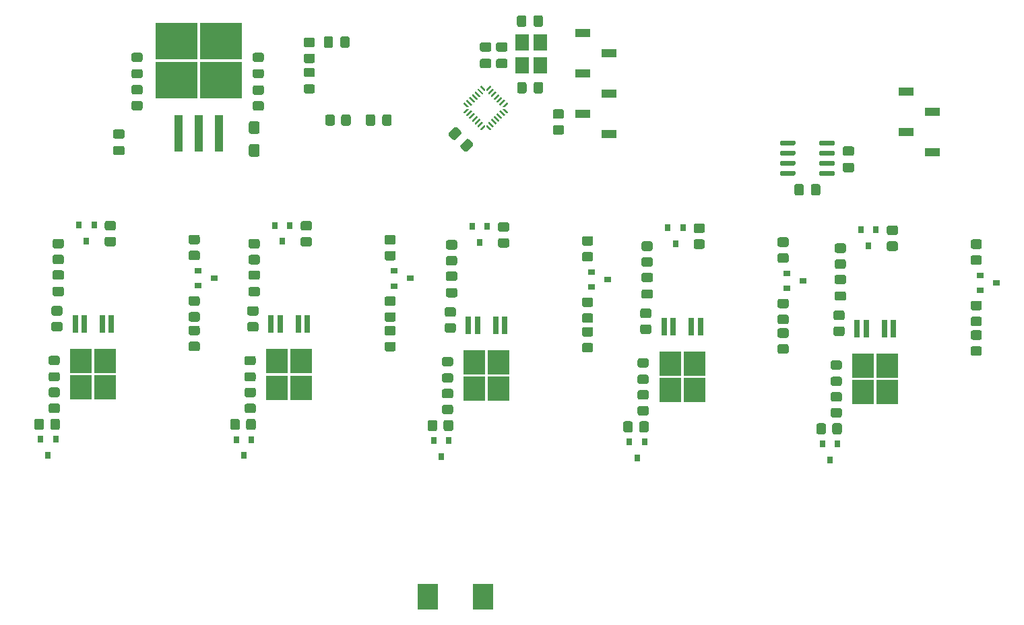
<source format=gbr>
%TF.GenerationSoftware,KiCad,Pcbnew,(5.1.9-0-10_14)*%
%TF.CreationDate,2021-02-15T20:52:16+08:00*%
%TF.ProjectId,pdm,70646d2e-6b69-4636-9164-5f7063625858,rev?*%
%TF.SameCoordinates,Original*%
%TF.FileFunction,Paste,Top*%
%TF.FilePolarity,Positive*%
%FSLAX46Y46*%
G04 Gerber Fmt 4.6, Leading zero omitted, Abs format (unit mm)*
G04 Created by KiCad (PCBNEW (5.1.9-0-10_14)) date 2021-02-15 20:52:16*
%MOMM*%
%LPD*%
G01*
G04 APERTURE LIST*
%ADD10R,1.800000X2.100000*%
%ADD11R,2.500000X3.300000*%
%ADD12R,0.800000X0.900000*%
%ADD13R,0.900000X0.800000*%
%ADD14R,1.900000X1.000000*%
%ADD15R,1.100000X4.600000*%
%ADD16R,5.250000X4.550000*%
%ADD17R,0.800000X2.200000*%
%ADD18R,2.750000X3.050000*%
%ADD19C,0.100000*%
G04 APERTURE END LIST*
D10*
%TO.C,Y1*%
X169432000Y-54504000D03*
X169432000Y-57404000D03*
X167132000Y-57404000D03*
X167132000Y-54504000D03*
%TD*%
D11*
%TO.C,D1*%
X155299999Y-124206000D03*
X162199999Y-124216000D03*
%TD*%
%TO.C,R43*%
G36*
G01*
X132470000Y-102972001D02*
X132470000Y-102071999D01*
G75*
G02*
X132719999Y-101822000I249999J0D01*
G01*
X133420001Y-101822000D01*
G75*
G02*
X133670000Y-102071999I0J-249999D01*
G01*
X133670000Y-102972001D01*
G75*
G02*
X133420001Y-103222000I-249999J0D01*
G01*
X132719999Y-103222000D01*
G75*
G02*
X132470000Y-102972001I0J249999D01*
G01*
G37*
G36*
G01*
X130470000Y-102972001D02*
X130470000Y-102071999D01*
G75*
G02*
X130719999Y-101822000I249999J0D01*
G01*
X131420001Y-101822000D01*
G75*
G02*
X131670000Y-102071999I0J-249999D01*
G01*
X131670000Y-102972001D01*
G75*
G02*
X131420001Y-103222000I-249999J0D01*
G01*
X130719999Y-103222000D01*
G75*
G02*
X130470000Y-102972001I0J249999D01*
G01*
G37*
%TD*%
%TO.C,R35*%
G36*
G01*
X107842000Y-102955001D02*
X107842000Y-102054999D01*
G75*
G02*
X108091999Y-101805000I249999J0D01*
G01*
X108792001Y-101805000D01*
G75*
G02*
X109042000Y-102054999I0J-249999D01*
G01*
X109042000Y-102955001D01*
G75*
G02*
X108792001Y-103205000I-249999J0D01*
G01*
X108091999Y-103205000D01*
G75*
G02*
X107842000Y-102955001I0J249999D01*
G01*
G37*
G36*
G01*
X105842000Y-102955001D02*
X105842000Y-102054999D01*
G75*
G02*
X106091999Y-101805000I249999J0D01*
G01*
X106792001Y-101805000D01*
G75*
G02*
X107042000Y-102054999I0J-249999D01*
G01*
X107042000Y-102955001D01*
G75*
G02*
X106792001Y-103205000I-249999J0D01*
G01*
X106091999Y-103205000D01*
G75*
G02*
X105842000Y-102955001I0J249999D01*
G01*
G37*
%TD*%
%TO.C,R27*%
G36*
G01*
X206130000Y-103527001D02*
X206130000Y-102626999D01*
G75*
G02*
X206379999Y-102377000I249999J0D01*
G01*
X207080001Y-102377000D01*
G75*
G02*
X207330000Y-102626999I0J-249999D01*
G01*
X207330000Y-103527001D01*
G75*
G02*
X207080001Y-103777000I-249999J0D01*
G01*
X206379999Y-103777000D01*
G75*
G02*
X206130000Y-103527001I0J249999D01*
G01*
G37*
G36*
G01*
X204130000Y-103527001D02*
X204130000Y-102626999D01*
G75*
G02*
X204379999Y-102377000I249999J0D01*
G01*
X205080001Y-102377000D01*
G75*
G02*
X205330000Y-102626999I0J-249999D01*
G01*
X205330000Y-103527001D01*
G75*
G02*
X205080001Y-103777000I-249999J0D01*
G01*
X204379999Y-103777000D01*
G75*
G02*
X204130000Y-103527001I0J249999D01*
G01*
G37*
%TD*%
%TO.C,R19*%
G36*
G01*
X181854000Y-103273001D02*
X181854000Y-102372999D01*
G75*
G02*
X182103999Y-102123000I249999J0D01*
G01*
X182804001Y-102123000D01*
G75*
G02*
X183054000Y-102372999I0J-249999D01*
G01*
X183054000Y-103273001D01*
G75*
G02*
X182804001Y-103523000I-249999J0D01*
G01*
X182103999Y-103523000D01*
G75*
G02*
X181854000Y-103273001I0J249999D01*
G01*
G37*
G36*
G01*
X179854000Y-103273001D02*
X179854000Y-102372999D01*
G75*
G02*
X180103999Y-102123000I249999J0D01*
G01*
X180804001Y-102123000D01*
G75*
G02*
X181054000Y-102372999I0J-249999D01*
G01*
X181054000Y-103273001D01*
G75*
G02*
X180804001Y-103523000I-249999J0D01*
G01*
X180103999Y-103523000D01*
G75*
G02*
X179854000Y-103273001I0J249999D01*
G01*
G37*
%TD*%
%TO.C,R11*%
G36*
G01*
X157278000Y-103113001D02*
X157278000Y-102212999D01*
G75*
G02*
X157527999Y-101963000I249999J0D01*
G01*
X158228001Y-101963000D01*
G75*
G02*
X158478000Y-102212999I0J-249999D01*
G01*
X158478000Y-103113001D01*
G75*
G02*
X158228001Y-103363000I-249999J0D01*
G01*
X157527999Y-103363000D01*
G75*
G02*
X157278000Y-103113001I0J249999D01*
G01*
G37*
G36*
G01*
X155278000Y-103113001D02*
X155278000Y-102212999D01*
G75*
G02*
X155527999Y-101963000I249999J0D01*
G01*
X156228001Y-101963000D01*
G75*
G02*
X156478000Y-102212999I0J-249999D01*
G01*
X156478000Y-103113001D01*
G75*
G02*
X156228001Y-103363000I-249999J0D01*
G01*
X155527999Y-103363000D01*
G75*
G02*
X155278000Y-103113001I0J249999D01*
G01*
G37*
%TD*%
D12*
%TO.C,Q14*%
X132197000Y-106427000D03*
X131247000Y-104427000D03*
X133147000Y-104427000D03*
%TD*%
%TO.C,Q11*%
X107569000Y-106410000D03*
X106619000Y-104410000D03*
X108519000Y-104410000D03*
%TD*%
%TO.C,Q8*%
X205857000Y-106982000D03*
X204907000Y-104982000D03*
X206807000Y-104982000D03*
%TD*%
%TO.C,Q5*%
X181581000Y-106728000D03*
X180631000Y-104728000D03*
X182531000Y-104728000D03*
%TD*%
%TO.C,Q2*%
X157005000Y-106568000D03*
X156055000Y-104568000D03*
X157955000Y-104568000D03*
%TD*%
D13*
%TO.C,Q9*%
X226719000Y-84715001D03*
X224719000Y-85665001D03*
X224719000Y-83765001D03*
%TD*%
%TO.C,Q6*%
X202443000Y-84461001D03*
X200443000Y-85411001D03*
X200443000Y-83511001D03*
%TD*%
%TO.C,Q3*%
X177867000Y-84301001D03*
X175867000Y-85251001D03*
X175867000Y-83351001D03*
%TD*%
%TO.C,Q12*%
X128431000Y-84143001D03*
X126431000Y-85093001D03*
X126431000Y-83193001D03*
%TD*%
%TO.C,Q15*%
X153059000Y-84160001D03*
X151059000Y-85110001D03*
X151059000Y-83210001D03*
%TD*%
D14*
%TO.C,J2*%
X174753000Y-53340000D03*
X174753000Y-58420000D03*
X174753000Y-63500000D03*
X178053000Y-55880000D03*
X178053000Y-60960000D03*
X178053000Y-66040000D03*
%TD*%
%TO.C,J3*%
X218693000Y-68326000D03*
X218693000Y-63246000D03*
X215393000Y-65786000D03*
X215393000Y-60706000D03*
%TD*%
D15*
%TO.C,U8*%
X123971000Y-65931000D03*
X126511000Y-65931000D03*
X129051000Y-65931000D03*
D16*
X129286000Y-54356000D03*
X123736000Y-59206000D03*
X123736000Y-54356000D03*
X129286000Y-59206000D03*
%TD*%
%TO.C,R46*%
G36*
G01*
X133534999Y-59884000D02*
X134435001Y-59884000D01*
G75*
G02*
X134685000Y-60133999I0J-249999D01*
G01*
X134685000Y-60834001D01*
G75*
G02*
X134435001Y-61084000I-249999J0D01*
G01*
X133534999Y-61084000D01*
G75*
G02*
X133285000Y-60834001I0J249999D01*
G01*
X133285000Y-60133999D01*
G75*
G02*
X133534999Y-59884000I249999J0D01*
G01*
G37*
G36*
G01*
X133534999Y-61884000D02*
X134435001Y-61884000D01*
G75*
G02*
X134685000Y-62133999I0J-249999D01*
G01*
X134685000Y-62834001D01*
G75*
G02*
X134435001Y-63084000I-249999J0D01*
G01*
X133534999Y-63084000D01*
G75*
G02*
X133285000Y-62834001I0J249999D01*
G01*
X133285000Y-62133999D01*
G75*
G02*
X133534999Y-61884000I249999J0D01*
G01*
G37*
%TD*%
%TO.C,R45*%
G36*
G01*
X118294999Y-59852000D02*
X119195001Y-59852000D01*
G75*
G02*
X119445000Y-60101999I0J-249999D01*
G01*
X119445000Y-60802001D01*
G75*
G02*
X119195001Y-61052000I-249999J0D01*
G01*
X118294999Y-61052000D01*
G75*
G02*
X118045000Y-60802001I0J249999D01*
G01*
X118045000Y-60101999D01*
G75*
G02*
X118294999Y-59852000I249999J0D01*
G01*
G37*
G36*
G01*
X118294999Y-61852000D02*
X119195001Y-61852000D01*
G75*
G02*
X119445000Y-62101999I0J-249999D01*
G01*
X119445000Y-62802001D01*
G75*
G02*
X119195001Y-63052000I-249999J0D01*
G01*
X118294999Y-63052000D01*
G75*
G02*
X118045000Y-62802001I0J249999D01*
G01*
X118045000Y-62101999D01*
G75*
G02*
X118294999Y-61852000I249999J0D01*
G01*
G37*
%TD*%
%TO.C,R38*%
G36*
G01*
X133016999Y-79205000D02*
X133917001Y-79205000D01*
G75*
G02*
X134167000Y-79454999I0J-249999D01*
G01*
X134167000Y-80155001D01*
G75*
G02*
X133917001Y-80405000I-249999J0D01*
G01*
X133016999Y-80405000D01*
G75*
G02*
X132767000Y-80155001I0J249999D01*
G01*
X132767000Y-79454999D01*
G75*
G02*
X133016999Y-79205000I249999J0D01*
G01*
G37*
G36*
G01*
X133016999Y-81205000D02*
X133917001Y-81205000D01*
G75*
G02*
X134167000Y-81454999I0J-249999D01*
G01*
X134167000Y-82155001D01*
G75*
G02*
X133917001Y-82405000I-249999J0D01*
G01*
X133016999Y-82405000D01*
G75*
G02*
X132767000Y-82155001I0J249999D01*
G01*
X132767000Y-81454999D01*
G75*
G02*
X133016999Y-81205000I249999J0D01*
G01*
G37*
%TD*%
%TO.C,R37*%
G36*
G01*
X140466108Y-80157893D02*
X139566106Y-80157893D01*
G75*
G02*
X139316107Y-79907894I0J249999D01*
G01*
X139316107Y-79207892D01*
G75*
G02*
X139566106Y-78957893I249999J0D01*
G01*
X140466108Y-78957893D01*
G75*
G02*
X140716107Y-79207892I0J-249999D01*
G01*
X140716107Y-79907894D01*
G75*
G02*
X140466108Y-80157893I-249999J0D01*
G01*
G37*
G36*
G01*
X140466108Y-78157893D02*
X139566106Y-78157893D01*
G75*
G02*
X139316107Y-77907894I0J249999D01*
G01*
X139316107Y-77207892D01*
G75*
G02*
X139566106Y-76957893I249999J0D01*
G01*
X140466108Y-76957893D01*
G75*
G02*
X140716107Y-77207892I0J-249999D01*
G01*
X140716107Y-77907894D01*
G75*
G02*
X140466108Y-78157893I-249999J0D01*
G01*
G37*
%TD*%
%TO.C,R30*%
G36*
G01*
X108388999Y-79188000D02*
X109289001Y-79188000D01*
G75*
G02*
X109539000Y-79437999I0J-249999D01*
G01*
X109539000Y-80138001D01*
G75*
G02*
X109289001Y-80388000I-249999J0D01*
G01*
X108388999Y-80388000D01*
G75*
G02*
X108139000Y-80138001I0J249999D01*
G01*
X108139000Y-79437999D01*
G75*
G02*
X108388999Y-79188000I249999J0D01*
G01*
G37*
G36*
G01*
X108388999Y-81188000D02*
X109289001Y-81188000D01*
G75*
G02*
X109539000Y-81437999I0J-249999D01*
G01*
X109539000Y-82138001D01*
G75*
G02*
X109289001Y-82388000I-249999J0D01*
G01*
X108388999Y-82388000D01*
G75*
G02*
X108139000Y-82138001I0J249999D01*
G01*
X108139000Y-81437999D01*
G75*
G02*
X108388999Y-81188000I249999J0D01*
G01*
G37*
%TD*%
%TO.C,R29*%
G36*
G01*
X115838108Y-80140893D02*
X114938106Y-80140893D01*
G75*
G02*
X114688107Y-79890894I0J249999D01*
G01*
X114688107Y-79190892D01*
G75*
G02*
X114938106Y-78940893I249999J0D01*
G01*
X115838108Y-78940893D01*
G75*
G02*
X116088107Y-79190892I0J-249999D01*
G01*
X116088107Y-79890894D01*
G75*
G02*
X115838108Y-80140893I-249999J0D01*
G01*
G37*
G36*
G01*
X115838108Y-78140893D02*
X114938106Y-78140893D01*
G75*
G02*
X114688107Y-77890894I0J249999D01*
G01*
X114688107Y-77190892D01*
G75*
G02*
X114938106Y-76940893I249999J0D01*
G01*
X115838108Y-76940893D01*
G75*
G02*
X116088107Y-77190892I0J-249999D01*
G01*
X116088107Y-77890894D01*
G75*
G02*
X115838108Y-78140893I-249999J0D01*
G01*
G37*
%TD*%
%TO.C,R22*%
G36*
G01*
X206676999Y-79760000D02*
X207577001Y-79760000D01*
G75*
G02*
X207827000Y-80009999I0J-249999D01*
G01*
X207827000Y-80710001D01*
G75*
G02*
X207577001Y-80960000I-249999J0D01*
G01*
X206676999Y-80960000D01*
G75*
G02*
X206427000Y-80710001I0J249999D01*
G01*
X206427000Y-80009999D01*
G75*
G02*
X206676999Y-79760000I249999J0D01*
G01*
G37*
G36*
G01*
X206676999Y-81760000D02*
X207577001Y-81760000D01*
G75*
G02*
X207827000Y-82009999I0J-249999D01*
G01*
X207827000Y-82710001D01*
G75*
G02*
X207577001Y-82960000I-249999J0D01*
G01*
X206676999Y-82960000D01*
G75*
G02*
X206427000Y-82710001I0J249999D01*
G01*
X206427000Y-82009999D01*
G75*
G02*
X206676999Y-81760000I249999J0D01*
G01*
G37*
%TD*%
%TO.C,R21*%
G36*
G01*
X214126108Y-80712893D02*
X213226106Y-80712893D01*
G75*
G02*
X212976107Y-80462894I0J249999D01*
G01*
X212976107Y-79762892D01*
G75*
G02*
X213226106Y-79512893I249999J0D01*
G01*
X214126108Y-79512893D01*
G75*
G02*
X214376107Y-79762892I0J-249999D01*
G01*
X214376107Y-80462894D01*
G75*
G02*
X214126108Y-80712893I-249999J0D01*
G01*
G37*
G36*
G01*
X214126108Y-78712893D02*
X213226106Y-78712893D01*
G75*
G02*
X212976107Y-78462894I0J249999D01*
G01*
X212976107Y-77762892D01*
G75*
G02*
X213226106Y-77512893I249999J0D01*
G01*
X214126108Y-77512893D01*
G75*
G02*
X214376107Y-77762892I0J-249999D01*
G01*
X214376107Y-78462894D01*
G75*
G02*
X214126108Y-78712893I-249999J0D01*
G01*
G37*
%TD*%
%TO.C,R14*%
G36*
G01*
X182400999Y-79506000D02*
X183301001Y-79506000D01*
G75*
G02*
X183551000Y-79755999I0J-249999D01*
G01*
X183551000Y-80456001D01*
G75*
G02*
X183301001Y-80706000I-249999J0D01*
G01*
X182400999Y-80706000D01*
G75*
G02*
X182151000Y-80456001I0J249999D01*
G01*
X182151000Y-79755999D01*
G75*
G02*
X182400999Y-79506000I249999J0D01*
G01*
G37*
G36*
G01*
X182400999Y-81506000D02*
X183301001Y-81506000D01*
G75*
G02*
X183551000Y-81755999I0J-249999D01*
G01*
X183551000Y-82456001D01*
G75*
G02*
X183301001Y-82706000I-249999J0D01*
G01*
X182400999Y-82706000D01*
G75*
G02*
X182151000Y-82456001I0J249999D01*
G01*
X182151000Y-81755999D01*
G75*
G02*
X182400999Y-81506000I249999J0D01*
G01*
G37*
%TD*%
%TO.C,R13*%
G36*
G01*
X189850108Y-80458893D02*
X188950106Y-80458893D01*
G75*
G02*
X188700107Y-80208894I0J249999D01*
G01*
X188700107Y-79508892D01*
G75*
G02*
X188950106Y-79258893I249999J0D01*
G01*
X189850108Y-79258893D01*
G75*
G02*
X190100107Y-79508892I0J-249999D01*
G01*
X190100107Y-80208894D01*
G75*
G02*
X189850108Y-80458893I-249999J0D01*
G01*
G37*
G36*
G01*
X189850108Y-78458893D02*
X188950106Y-78458893D01*
G75*
G02*
X188700107Y-78208894I0J249999D01*
G01*
X188700107Y-77508892D01*
G75*
G02*
X188950106Y-77258893I249999J0D01*
G01*
X189850108Y-77258893D01*
G75*
G02*
X190100107Y-77508892I0J-249999D01*
G01*
X190100107Y-78208894D01*
G75*
G02*
X189850108Y-78458893I-249999J0D01*
G01*
G37*
%TD*%
%TO.C,R6*%
G36*
G01*
X157824999Y-79346000D02*
X158725001Y-79346000D01*
G75*
G02*
X158975000Y-79595999I0J-249999D01*
G01*
X158975000Y-80296001D01*
G75*
G02*
X158725001Y-80546000I-249999J0D01*
G01*
X157824999Y-80546000D01*
G75*
G02*
X157575000Y-80296001I0J249999D01*
G01*
X157575000Y-79595999D01*
G75*
G02*
X157824999Y-79346000I249999J0D01*
G01*
G37*
G36*
G01*
X157824999Y-81346000D02*
X158725001Y-81346000D01*
G75*
G02*
X158975000Y-81595999I0J-249999D01*
G01*
X158975000Y-82296001D01*
G75*
G02*
X158725001Y-82546000I-249999J0D01*
G01*
X157824999Y-82546000D01*
G75*
G02*
X157575000Y-82296001I0J249999D01*
G01*
X157575000Y-81595999D01*
G75*
G02*
X157824999Y-81346000I249999J0D01*
G01*
G37*
%TD*%
%TO.C,R5*%
G36*
G01*
X165274108Y-80298893D02*
X164374106Y-80298893D01*
G75*
G02*
X164124107Y-80048894I0J249999D01*
G01*
X164124107Y-79348892D01*
G75*
G02*
X164374106Y-79098893I249999J0D01*
G01*
X165274108Y-79098893D01*
G75*
G02*
X165524107Y-79348892I0J-249999D01*
G01*
X165524107Y-80048894D01*
G75*
G02*
X165274108Y-80298893I-249999J0D01*
G01*
G37*
G36*
G01*
X165274108Y-78298893D02*
X164374106Y-78298893D01*
G75*
G02*
X164124107Y-78048894I0J249999D01*
G01*
X164124107Y-77348892D01*
G75*
G02*
X164374106Y-77098893I249999J0D01*
G01*
X165274108Y-77098893D01*
G75*
G02*
X165524107Y-77348892I0J-249999D01*
G01*
X165524107Y-78048894D01*
G75*
G02*
X165274108Y-78298893I-249999J0D01*
G01*
G37*
%TD*%
D12*
%TO.C,Q13*%
X137973000Y-77503000D03*
X136073000Y-77503000D03*
X137023000Y-79503000D03*
%TD*%
%TO.C,Q10*%
X113345000Y-77486000D03*
X111445000Y-77486000D03*
X112395000Y-79486000D03*
%TD*%
%TO.C,Q7*%
X211633000Y-78058000D03*
X209733000Y-78058000D03*
X210683000Y-80058000D03*
%TD*%
%TO.C,Q4*%
X187357000Y-77804000D03*
X185457000Y-77804000D03*
X186407000Y-79804000D03*
%TD*%
%TO.C,Q1*%
X162781000Y-77644000D03*
X160881000Y-77644000D03*
X161831000Y-79644000D03*
%TD*%
%TO.C,D9*%
G36*
G01*
X133534999Y-55795001D02*
X134435001Y-55795001D01*
G75*
G02*
X134685000Y-56045000I0J-249999D01*
G01*
X134685000Y-56695002D01*
G75*
G02*
X134435001Y-56945001I-249999J0D01*
G01*
X133534999Y-56945001D01*
G75*
G02*
X133285000Y-56695002I0J249999D01*
G01*
X133285000Y-56045000D01*
G75*
G02*
X133534999Y-55795001I249999J0D01*
G01*
G37*
G36*
G01*
X133534999Y-57845001D02*
X134435001Y-57845001D01*
G75*
G02*
X134685000Y-58095000I0J-249999D01*
G01*
X134685000Y-58745002D01*
G75*
G02*
X134435001Y-58995001I-249999J0D01*
G01*
X133534999Y-58995001D01*
G75*
G02*
X133285000Y-58745002I0J249999D01*
G01*
X133285000Y-58095000D01*
G75*
G02*
X133534999Y-57845001I249999J0D01*
G01*
G37*
%TD*%
%TO.C,D8*%
G36*
G01*
X118294999Y-55804000D02*
X119195001Y-55804000D01*
G75*
G02*
X119445000Y-56053999I0J-249999D01*
G01*
X119445000Y-56704001D01*
G75*
G02*
X119195001Y-56954000I-249999J0D01*
G01*
X118294999Y-56954000D01*
G75*
G02*
X118045000Y-56704001I0J249999D01*
G01*
X118045000Y-56053999D01*
G75*
G02*
X118294999Y-55804000I249999J0D01*
G01*
G37*
G36*
G01*
X118294999Y-57854000D02*
X119195001Y-57854000D01*
G75*
G02*
X119445000Y-58103999I0J-249999D01*
G01*
X119445000Y-58754001D01*
G75*
G02*
X119195001Y-59004000I-249999J0D01*
G01*
X118294999Y-59004000D01*
G75*
G02*
X118045000Y-58754001I0J249999D01*
G01*
X118045000Y-58103999D01*
G75*
G02*
X118294999Y-57854000I249999J0D01*
G01*
G37*
%TD*%
%TO.C,C15*%
G36*
G01*
X133051999Y-64409500D02*
X133902001Y-64409500D01*
G75*
G02*
X134152000Y-64659499I0J-249999D01*
G01*
X134152000Y-65734501D01*
G75*
G02*
X133902001Y-65984500I-249999J0D01*
G01*
X133051999Y-65984500D01*
G75*
G02*
X132802000Y-65734501I0J249999D01*
G01*
X132802000Y-64659499D01*
G75*
G02*
X133051999Y-64409500I249999J0D01*
G01*
G37*
G36*
G01*
X133051999Y-67284500D02*
X133902001Y-67284500D01*
G75*
G02*
X134152000Y-67534499I0J-249999D01*
G01*
X134152000Y-68609501D01*
G75*
G02*
X133902001Y-68859500I-249999J0D01*
G01*
X133051999Y-68859500D01*
G75*
G02*
X132802000Y-68609501I0J249999D01*
G01*
X132802000Y-67534499D01*
G75*
G02*
X133051999Y-67284500I249999J0D01*
G01*
G37*
%TD*%
%TO.C,C14*%
G36*
G01*
X115984000Y-65431000D02*
X116934000Y-65431000D01*
G75*
G02*
X117184000Y-65681000I0J-250000D01*
G01*
X117184000Y-66356000D01*
G75*
G02*
X116934000Y-66606000I-250000J0D01*
G01*
X115984000Y-66606000D01*
G75*
G02*
X115734000Y-66356000I0J250000D01*
G01*
X115734000Y-65681000D01*
G75*
G02*
X115984000Y-65431000I250000J0D01*
G01*
G37*
G36*
G01*
X115984000Y-67506000D02*
X116934000Y-67506000D01*
G75*
G02*
X117184000Y-67756000I0J-250000D01*
G01*
X117184000Y-68431000D01*
G75*
G02*
X116934000Y-68681000I-250000J0D01*
G01*
X115984000Y-68681000D01*
G75*
G02*
X115734000Y-68431000I0J250000D01*
G01*
X115734000Y-67756000D01*
G75*
G02*
X115984000Y-67506000I250000J0D01*
G01*
G37*
%TD*%
%TO.C,R1*%
G36*
G01*
X207678000Y-67568500D02*
X208628000Y-67568500D01*
G75*
G02*
X208878000Y-67818500I0J-250000D01*
G01*
X208878000Y-68493500D01*
G75*
G02*
X208628000Y-68743500I-250000J0D01*
G01*
X207678000Y-68743500D01*
G75*
G02*
X207428000Y-68493500I0J250000D01*
G01*
X207428000Y-67818500D01*
G75*
G02*
X207678000Y-67568500I250000J0D01*
G01*
G37*
G36*
G01*
X207678000Y-69643500D02*
X208628000Y-69643500D01*
G75*
G02*
X208878000Y-69893500I0J-250000D01*
G01*
X208878000Y-70568500D01*
G75*
G02*
X208628000Y-70818500I-250000J0D01*
G01*
X207678000Y-70818500D01*
G75*
G02*
X207428000Y-70568500I0J250000D01*
G01*
X207428000Y-69893500D01*
G75*
G02*
X207678000Y-69643500I250000J0D01*
G01*
G37*
%TD*%
%TO.C,C8*%
G36*
G01*
X147494500Y-64737000D02*
X147494500Y-63787000D01*
G75*
G02*
X147744500Y-63537000I250000J0D01*
G01*
X148419500Y-63537000D01*
G75*
G02*
X148669500Y-63787000I0J-250000D01*
G01*
X148669500Y-64737000D01*
G75*
G02*
X148419500Y-64987000I-250000J0D01*
G01*
X147744500Y-64987000D01*
G75*
G02*
X147494500Y-64737000I0J250000D01*
G01*
G37*
G36*
G01*
X149569500Y-64737000D02*
X149569500Y-63787000D01*
G75*
G02*
X149819500Y-63537000I250000J0D01*
G01*
X150494500Y-63537000D01*
G75*
G02*
X150744500Y-63787000I0J-250000D01*
G01*
X150744500Y-64737000D01*
G75*
G02*
X150494500Y-64987000I-250000J0D01*
G01*
X149819500Y-64987000D01*
G75*
G02*
X149569500Y-64737000I0J250000D01*
G01*
G37*
%TD*%
%TO.C,C13*%
G36*
G01*
X133002000Y-83164000D02*
X133952000Y-83164000D01*
G75*
G02*
X134202000Y-83414000I0J-250000D01*
G01*
X134202000Y-84089000D01*
G75*
G02*
X133952000Y-84339000I-250000J0D01*
G01*
X133002000Y-84339000D01*
G75*
G02*
X132752000Y-84089000I0J250000D01*
G01*
X132752000Y-83414000D01*
G75*
G02*
X133002000Y-83164000I250000J0D01*
G01*
G37*
G36*
G01*
X133002000Y-85239000D02*
X133952000Y-85239000D01*
G75*
G02*
X134202000Y-85489000I0J-250000D01*
G01*
X134202000Y-86164000D01*
G75*
G02*
X133952000Y-86414000I-250000J0D01*
G01*
X133002000Y-86414000D01*
G75*
G02*
X132752000Y-86164000I0J250000D01*
G01*
X132752000Y-85489000D01*
G75*
G02*
X133002000Y-85239000I250000J0D01*
G01*
G37*
%TD*%
%TO.C,C12*%
G36*
G01*
X108374000Y-83147000D02*
X109324000Y-83147000D01*
G75*
G02*
X109574000Y-83397000I0J-250000D01*
G01*
X109574000Y-84072000D01*
G75*
G02*
X109324000Y-84322000I-250000J0D01*
G01*
X108374000Y-84322000D01*
G75*
G02*
X108124000Y-84072000I0J250000D01*
G01*
X108124000Y-83397000D01*
G75*
G02*
X108374000Y-83147000I250000J0D01*
G01*
G37*
G36*
G01*
X108374000Y-85222000D02*
X109324000Y-85222000D01*
G75*
G02*
X109574000Y-85472000I0J-250000D01*
G01*
X109574000Y-86147000D01*
G75*
G02*
X109324000Y-86397000I-250000J0D01*
G01*
X108374000Y-86397000D01*
G75*
G02*
X108124000Y-86147000I0J250000D01*
G01*
X108124000Y-85472000D01*
G75*
G02*
X108374000Y-85222000I250000J0D01*
G01*
G37*
%TD*%
%TO.C,C11*%
G36*
G01*
X206662000Y-83719000D02*
X207612000Y-83719000D01*
G75*
G02*
X207862000Y-83969000I0J-250000D01*
G01*
X207862000Y-84644000D01*
G75*
G02*
X207612000Y-84894000I-250000J0D01*
G01*
X206662000Y-84894000D01*
G75*
G02*
X206412000Y-84644000I0J250000D01*
G01*
X206412000Y-83969000D01*
G75*
G02*
X206662000Y-83719000I250000J0D01*
G01*
G37*
G36*
G01*
X206662000Y-85794000D02*
X207612000Y-85794000D01*
G75*
G02*
X207862000Y-86044000I0J-250000D01*
G01*
X207862000Y-86719000D01*
G75*
G02*
X207612000Y-86969000I-250000J0D01*
G01*
X206662000Y-86969000D01*
G75*
G02*
X206412000Y-86719000I0J250000D01*
G01*
X206412000Y-86044000D01*
G75*
G02*
X206662000Y-85794000I250000J0D01*
G01*
G37*
%TD*%
%TO.C,C10*%
G36*
G01*
X182386000Y-83465000D02*
X183336000Y-83465000D01*
G75*
G02*
X183586000Y-83715000I0J-250000D01*
G01*
X183586000Y-84390000D01*
G75*
G02*
X183336000Y-84640000I-250000J0D01*
G01*
X182386000Y-84640000D01*
G75*
G02*
X182136000Y-84390000I0J250000D01*
G01*
X182136000Y-83715000D01*
G75*
G02*
X182386000Y-83465000I250000J0D01*
G01*
G37*
G36*
G01*
X182386000Y-85540000D02*
X183336000Y-85540000D01*
G75*
G02*
X183586000Y-85790000I0J-250000D01*
G01*
X183586000Y-86465000D01*
G75*
G02*
X183336000Y-86715000I-250000J0D01*
G01*
X182386000Y-86715000D01*
G75*
G02*
X182136000Y-86465000I0J250000D01*
G01*
X182136000Y-85790000D01*
G75*
G02*
X182386000Y-85540000I250000J0D01*
G01*
G37*
%TD*%
%TO.C,C9*%
G36*
G01*
X157810000Y-83305000D02*
X158760000Y-83305000D01*
G75*
G02*
X159010000Y-83555000I0J-250000D01*
G01*
X159010000Y-84230000D01*
G75*
G02*
X158760000Y-84480000I-250000J0D01*
G01*
X157810000Y-84480000D01*
G75*
G02*
X157560000Y-84230000I0J250000D01*
G01*
X157560000Y-83555000D01*
G75*
G02*
X157810000Y-83305000I250000J0D01*
G01*
G37*
G36*
G01*
X157810000Y-85380000D02*
X158760000Y-85380000D01*
G75*
G02*
X159010000Y-85630000I0J-250000D01*
G01*
X159010000Y-86305000D01*
G75*
G02*
X158760000Y-86555000I-250000J0D01*
G01*
X157810000Y-86555000D01*
G75*
G02*
X157560000Y-86305000I0J250000D01*
G01*
X157560000Y-85630000D01*
G75*
G02*
X157810000Y-85380000I250000J0D01*
G01*
G37*
%TD*%
%TO.C,C7*%
G36*
G01*
X163035000Y-57737500D02*
X162085000Y-57737500D01*
G75*
G02*
X161835000Y-57487500I0J250000D01*
G01*
X161835000Y-56812500D01*
G75*
G02*
X162085000Y-56562500I250000J0D01*
G01*
X163035000Y-56562500D01*
G75*
G02*
X163285000Y-56812500I0J-250000D01*
G01*
X163285000Y-57487500D01*
G75*
G02*
X163035000Y-57737500I-250000J0D01*
G01*
G37*
G36*
G01*
X163035000Y-55662500D02*
X162085000Y-55662500D01*
G75*
G02*
X161835000Y-55412500I0J250000D01*
G01*
X161835000Y-54737500D01*
G75*
G02*
X162085000Y-54487500I250000J0D01*
G01*
X163035000Y-54487500D01*
G75*
G02*
X163285000Y-54737500I0J-250000D01*
G01*
X163285000Y-55412500D01*
G75*
G02*
X163035000Y-55662500I-250000J0D01*
G01*
G37*
%TD*%
%TO.C,C5*%
G36*
G01*
X165067000Y-57737500D02*
X164117000Y-57737500D01*
G75*
G02*
X163867000Y-57487500I0J250000D01*
G01*
X163867000Y-56812500D01*
G75*
G02*
X164117000Y-56562500I250000J0D01*
G01*
X165067000Y-56562500D01*
G75*
G02*
X165317000Y-56812500I0J-250000D01*
G01*
X165317000Y-57487500D01*
G75*
G02*
X165067000Y-57737500I-250000J0D01*
G01*
G37*
G36*
G01*
X165067000Y-55662500D02*
X164117000Y-55662500D01*
G75*
G02*
X163867000Y-55412500I0J250000D01*
G01*
X163867000Y-54737500D01*
G75*
G02*
X164117000Y-54487500I250000J0D01*
G01*
X165067000Y-54487500D01*
G75*
G02*
X165317000Y-54737500I0J-250000D01*
G01*
X165317000Y-55412500D01*
G75*
G02*
X165067000Y-55662500I-250000J0D01*
G01*
G37*
%TD*%
%TO.C,C4*%
G36*
G01*
X157959268Y-65881178D02*
X158631019Y-65209427D01*
G75*
G02*
X158984573Y-65209427I176777J-176777D01*
G01*
X159461870Y-65686724D01*
G75*
G02*
X159461870Y-66040278I-176777J-176777D01*
G01*
X158790119Y-66712029D01*
G75*
G02*
X158436565Y-66712029I-176777J176777D01*
G01*
X157959268Y-66234732D01*
G75*
G02*
X157959268Y-65881178I176777J176777D01*
G01*
G37*
G36*
G01*
X159426514Y-67348424D02*
X160098265Y-66676673D01*
G75*
G02*
X160451819Y-66676673I176777J-176777D01*
G01*
X160929116Y-67153970D01*
G75*
G02*
X160929116Y-67507524I-176777J-176777D01*
G01*
X160257365Y-68179275D01*
G75*
G02*
X159903811Y-68179275I-176777J176777D01*
G01*
X159426514Y-67701978D01*
G75*
G02*
X159426514Y-67348424I176777J176777D01*
G01*
G37*
%TD*%
%TO.C,R2*%
G36*
G01*
X172154001Y-66100000D02*
X171253999Y-66100000D01*
G75*
G02*
X171004000Y-65850001I0J249999D01*
G01*
X171004000Y-65149999D01*
G75*
G02*
X171253999Y-64900000I249999J0D01*
G01*
X172154001Y-64900000D01*
G75*
G02*
X172404000Y-65149999I0J-249999D01*
G01*
X172404000Y-65850001D01*
G75*
G02*
X172154001Y-66100000I-249999J0D01*
G01*
G37*
G36*
G01*
X172154001Y-64100000D02*
X171253999Y-64100000D01*
G75*
G02*
X171004000Y-63850001I0J249999D01*
G01*
X171004000Y-63149999D01*
G75*
G02*
X171253999Y-62900000I249999J0D01*
G01*
X172154001Y-62900000D01*
G75*
G02*
X172404000Y-63149999I0J-249999D01*
G01*
X172404000Y-63850001D01*
G75*
G02*
X172154001Y-64100000I-249999J0D01*
G01*
G37*
%TD*%
D17*
%TO.C,U5*%
X213818000Y-90483000D03*
X212678000Y-90483000D03*
X210398000Y-90483000D03*
X209258000Y-90483000D03*
D18*
X210013000Y-98458000D03*
X213063000Y-95108000D03*
X213063000Y-98458000D03*
X210013000Y-95108000D03*
%TD*%
D17*
%TO.C,U4*%
X189542000Y-90229000D03*
X188402000Y-90229000D03*
X186122000Y-90229000D03*
X184982000Y-90229000D03*
D18*
X185737000Y-98204000D03*
X188787000Y-94854000D03*
X188787000Y-98204000D03*
X185737000Y-94854000D03*
%TD*%
D17*
%TO.C,U6*%
X115530000Y-89911000D03*
X114390000Y-89911000D03*
X112110000Y-89911000D03*
X110970000Y-89911000D03*
D18*
X111725000Y-97886000D03*
X114775000Y-94536000D03*
X114775000Y-97886000D03*
X111725000Y-94536000D03*
%TD*%
D17*
%TO.C,U7*%
X140158000Y-89928000D03*
X139018000Y-89928000D03*
X136738000Y-89928000D03*
X135598000Y-89928000D03*
D18*
X136353000Y-97903000D03*
X139403000Y-94553000D03*
X139403000Y-97903000D03*
X136353000Y-94553000D03*
%TD*%
%TO.C,R28*%
G36*
G01*
X223769000Y-86975000D02*
X224669002Y-86975000D01*
G75*
G02*
X224919001Y-87224999I0J-249999D01*
G01*
X224919001Y-87925001D01*
G75*
G02*
X224669002Y-88175000I-249999J0D01*
G01*
X223769000Y-88175000D01*
G75*
G02*
X223519001Y-87925001I0J249999D01*
G01*
X223519001Y-87224999D01*
G75*
G02*
X223769000Y-86975000I249999J0D01*
G01*
G37*
G36*
G01*
X223769000Y-88975000D02*
X224669002Y-88975000D01*
G75*
G02*
X224919001Y-89224999I0J-249999D01*
G01*
X224919001Y-89925001D01*
G75*
G02*
X224669002Y-90175000I-249999J0D01*
G01*
X223769000Y-90175000D01*
G75*
G02*
X223519001Y-89925001I0J249999D01*
G01*
X223519001Y-89224999D01*
G75*
G02*
X223769000Y-88975000I249999J0D01*
G01*
G37*
%TD*%
%TO.C,R26*%
G36*
G01*
X224669001Y-82460000D02*
X223768999Y-82460000D01*
G75*
G02*
X223519000Y-82210001I0J249999D01*
G01*
X223519000Y-81509999D01*
G75*
G02*
X223768999Y-81260000I249999J0D01*
G01*
X224669001Y-81260000D01*
G75*
G02*
X224919000Y-81509999I0J-249999D01*
G01*
X224919000Y-82210001D01*
G75*
G02*
X224669001Y-82460000I-249999J0D01*
G01*
G37*
G36*
G01*
X224669001Y-80460000D02*
X223768999Y-80460000D01*
G75*
G02*
X223519000Y-80210001I0J249999D01*
G01*
X223519000Y-79509999D01*
G75*
G02*
X223768999Y-79260000I249999J0D01*
G01*
X224669001Y-79260000D01*
G75*
G02*
X224919000Y-79509999I0J-249999D01*
G01*
X224919000Y-80210001D01*
G75*
G02*
X224669001Y-80460000I-249999J0D01*
G01*
G37*
%TD*%
%TO.C,R25*%
G36*
G01*
X223769000Y-90690000D02*
X224669002Y-90690000D01*
G75*
G02*
X224919001Y-90939999I0J-249999D01*
G01*
X224919001Y-91640001D01*
G75*
G02*
X224669002Y-91890000I-249999J0D01*
G01*
X223769000Y-91890000D01*
G75*
G02*
X223519001Y-91640001I0J249999D01*
G01*
X223519001Y-90939999D01*
G75*
G02*
X223769000Y-90690000I249999J0D01*
G01*
G37*
G36*
G01*
X223769000Y-92690000D02*
X224669002Y-92690000D01*
G75*
G02*
X224919001Y-92939999I0J-249999D01*
G01*
X224919001Y-93640001D01*
G75*
G02*
X224669002Y-93890000I-249999J0D01*
G01*
X223769000Y-93890000D01*
G75*
G02*
X223519001Y-93640001I0J249999D01*
G01*
X223519001Y-92939999D01*
G75*
G02*
X223769000Y-92690000I249999J0D01*
G01*
G37*
%TD*%
%TO.C,R24*%
G36*
G01*
X207079001Y-101660000D02*
X206178999Y-101660000D01*
G75*
G02*
X205929000Y-101410001I0J249999D01*
G01*
X205929000Y-100709999D01*
G75*
G02*
X206178999Y-100460000I249999J0D01*
G01*
X207079001Y-100460000D01*
G75*
G02*
X207329000Y-100709999I0J-249999D01*
G01*
X207329000Y-101410001D01*
G75*
G02*
X207079001Y-101660000I-249999J0D01*
G01*
G37*
G36*
G01*
X207079001Y-99660000D02*
X206178999Y-99660000D01*
G75*
G02*
X205929000Y-99410001I0J249999D01*
G01*
X205929000Y-98709999D01*
G75*
G02*
X206178999Y-98460000I249999J0D01*
G01*
X207079001Y-98460000D01*
G75*
G02*
X207329000Y-98709999I0J-249999D01*
G01*
X207329000Y-99410001D01*
G75*
G02*
X207079001Y-99660000I-249999J0D01*
G01*
G37*
%TD*%
%TO.C,R23*%
G36*
G01*
X206516999Y-88206000D02*
X207417001Y-88206000D01*
G75*
G02*
X207667000Y-88455999I0J-249999D01*
G01*
X207667000Y-89156001D01*
G75*
G02*
X207417001Y-89406000I-249999J0D01*
G01*
X206516999Y-89406000D01*
G75*
G02*
X206267000Y-89156001I0J249999D01*
G01*
X206267000Y-88455999D01*
G75*
G02*
X206516999Y-88206000I249999J0D01*
G01*
G37*
G36*
G01*
X206516999Y-90206000D02*
X207417001Y-90206000D01*
G75*
G02*
X207667000Y-90455999I0J-249999D01*
G01*
X207667000Y-91156001D01*
G75*
G02*
X207417001Y-91406000I-249999J0D01*
G01*
X206516999Y-91406000D01*
G75*
G02*
X206267000Y-91156001I0J249999D01*
G01*
X206267000Y-90455999D01*
G75*
G02*
X206516999Y-90206000I249999J0D01*
G01*
G37*
%TD*%
%TO.C,R20*%
G36*
G01*
X199493000Y-86721000D02*
X200393002Y-86721000D01*
G75*
G02*
X200643001Y-86970999I0J-249999D01*
G01*
X200643001Y-87671001D01*
G75*
G02*
X200393002Y-87921000I-249999J0D01*
G01*
X199493000Y-87921000D01*
G75*
G02*
X199243001Y-87671001I0J249999D01*
G01*
X199243001Y-86970999D01*
G75*
G02*
X199493000Y-86721000I249999J0D01*
G01*
G37*
G36*
G01*
X199493000Y-88721000D02*
X200393002Y-88721000D01*
G75*
G02*
X200643001Y-88970999I0J-249999D01*
G01*
X200643001Y-89671001D01*
G75*
G02*
X200393002Y-89921000I-249999J0D01*
G01*
X199493000Y-89921000D01*
G75*
G02*
X199243001Y-89671001I0J249999D01*
G01*
X199243001Y-88970999D01*
G75*
G02*
X199493000Y-88721000I249999J0D01*
G01*
G37*
%TD*%
%TO.C,R18*%
G36*
G01*
X200393001Y-82206000D02*
X199492999Y-82206000D01*
G75*
G02*
X199243000Y-81956001I0J249999D01*
G01*
X199243000Y-81255999D01*
G75*
G02*
X199492999Y-81006000I249999J0D01*
G01*
X200393001Y-81006000D01*
G75*
G02*
X200643000Y-81255999I0J-249999D01*
G01*
X200643000Y-81956001D01*
G75*
G02*
X200393001Y-82206000I-249999J0D01*
G01*
G37*
G36*
G01*
X200393001Y-80206000D02*
X199492999Y-80206000D01*
G75*
G02*
X199243000Y-79956001I0J249999D01*
G01*
X199243000Y-79255999D01*
G75*
G02*
X199492999Y-79006000I249999J0D01*
G01*
X200393001Y-79006000D01*
G75*
G02*
X200643000Y-79255999I0J-249999D01*
G01*
X200643000Y-79956001D01*
G75*
G02*
X200393001Y-80206000I-249999J0D01*
G01*
G37*
%TD*%
%TO.C,R17*%
G36*
G01*
X199493000Y-90436000D02*
X200393002Y-90436000D01*
G75*
G02*
X200643001Y-90685999I0J-249999D01*
G01*
X200643001Y-91386001D01*
G75*
G02*
X200393002Y-91636000I-249999J0D01*
G01*
X199493000Y-91636000D01*
G75*
G02*
X199243001Y-91386001I0J249999D01*
G01*
X199243001Y-90685999D01*
G75*
G02*
X199493000Y-90436000I249999J0D01*
G01*
G37*
G36*
G01*
X199493000Y-92436000D02*
X200393002Y-92436000D01*
G75*
G02*
X200643001Y-92685999I0J-249999D01*
G01*
X200643001Y-93386001D01*
G75*
G02*
X200393002Y-93636000I-249999J0D01*
G01*
X199493000Y-93636000D01*
G75*
G02*
X199243001Y-93386001I0J249999D01*
G01*
X199243001Y-92685999D01*
G75*
G02*
X199493000Y-92436000I249999J0D01*
G01*
G37*
%TD*%
%TO.C,R16*%
G36*
G01*
X182803001Y-101406000D02*
X181902999Y-101406000D01*
G75*
G02*
X181653000Y-101156001I0J249999D01*
G01*
X181653000Y-100455999D01*
G75*
G02*
X181902999Y-100206000I249999J0D01*
G01*
X182803001Y-100206000D01*
G75*
G02*
X183053000Y-100455999I0J-249999D01*
G01*
X183053000Y-101156001D01*
G75*
G02*
X182803001Y-101406000I-249999J0D01*
G01*
G37*
G36*
G01*
X182803001Y-99406000D02*
X181902999Y-99406000D01*
G75*
G02*
X181653000Y-99156001I0J249999D01*
G01*
X181653000Y-98455999D01*
G75*
G02*
X181902999Y-98206000I249999J0D01*
G01*
X182803001Y-98206000D01*
G75*
G02*
X183053000Y-98455999I0J-249999D01*
G01*
X183053000Y-99156001D01*
G75*
G02*
X182803001Y-99406000I-249999J0D01*
G01*
G37*
%TD*%
%TO.C,R15*%
G36*
G01*
X182240999Y-87952000D02*
X183141001Y-87952000D01*
G75*
G02*
X183391000Y-88201999I0J-249999D01*
G01*
X183391000Y-88902001D01*
G75*
G02*
X183141001Y-89152000I-249999J0D01*
G01*
X182240999Y-89152000D01*
G75*
G02*
X181991000Y-88902001I0J249999D01*
G01*
X181991000Y-88201999D01*
G75*
G02*
X182240999Y-87952000I249999J0D01*
G01*
G37*
G36*
G01*
X182240999Y-89952000D02*
X183141001Y-89952000D01*
G75*
G02*
X183391000Y-90201999I0J-249999D01*
G01*
X183391000Y-90902001D01*
G75*
G02*
X183141001Y-91152000I-249999J0D01*
G01*
X182240999Y-91152000D01*
G75*
G02*
X181991000Y-90902001I0J249999D01*
G01*
X181991000Y-90201999D01*
G75*
G02*
X182240999Y-89952000I249999J0D01*
G01*
G37*
%TD*%
%TO.C,R36*%
G36*
G01*
X125481000Y-86403000D02*
X126381002Y-86403000D01*
G75*
G02*
X126631001Y-86652999I0J-249999D01*
G01*
X126631001Y-87353001D01*
G75*
G02*
X126381002Y-87603000I-249999J0D01*
G01*
X125481000Y-87603000D01*
G75*
G02*
X125231001Y-87353001I0J249999D01*
G01*
X125231001Y-86652999D01*
G75*
G02*
X125481000Y-86403000I249999J0D01*
G01*
G37*
G36*
G01*
X125481000Y-88403000D02*
X126381002Y-88403000D01*
G75*
G02*
X126631001Y-88652999I0J-249999D01*
G01*
X126631001Y-89353001D01*
G75*
G02*
X126381002Y-89603000I-249999J0D01*
G01*
X125481000Y-89603000D01*
G75*
G02*
X125231001Y-89353001I0J249999D01*
G01*
X125231001Y-88652999D01*
G75*
G02*
X125481000Y-88403000I249999J0D01*
G01*
G37*
%TD*%
%TO.C,R34*%
G36*
G01*
X126381001Y-81888000D02*
X125480999Y-81888000D01*
G75*
G02*
X125231000Y-81638001I0J249999D01*
G01*
X125231000Y-80937999D01*
G75*
G02*
X125480999Y-80688000I249999J0D01*
G01*
X126381001Y-80688000D01*
G75*
G02*
X126631000Y-80937999I0J-249999D01*
G01*
X126631000Y-81638001D01*
G75*
G02*
X126381001Y-81888000I-249999J0D01*
G01*
G37*
G36*
G01*
X126381001Y-79888000D02*
X125480999Y-79888000D01*
G75*
G02*
X125231000Y-79638001I0J249999D01*
G01*
X125231000Y-78937999D01*
G75*
G02*
X125480999Y-78688000I249999J0D01*
G01*
X126381001Y-78688000D01*
G75*
G02*
X126631000Y-78937999I0J-249999D01*
G01*
X126631000Y-79638001D01*
G75*
G02*
X126381001Y-79888000I-249999J0D01*
G01*
G37*
%TD*%
%TO.C,R33*%
G36*
G01*
X125481000Y-90118000D02*
X126381002Y-90118000D01*
G75*
G02*
X126631001Y-90367999I0J-249999D01*
G01*
X126631001Y-91068001D01*
G75*
G02*
X126381002Y-91318000I-249999J0D01*
G01*
X125481000Y-91318000D01*
G75*
G02*
X125231001Y-91068001I0J249999D01*
G01*
X125231001Y-90367999D01*
G75*
G02*
X125481000Y-90118000I249999J0D01*
G01*
G37*
G36*
G01*
X125481000Y-92118000D02*
X126381002Y-92118000D01*
G75*
G02*
X126631001Y-92367999I0J-249999D01*
G01*
X126631001Y-93068001D01*
G75*
G02*
X126381002Y-93318000I-249999J0D01*
G01*
X125481000Y-93318000D01*
G75*
G02*
X125231001Y-93068001I0J249999D01*
G01*
X125231001Y-92367999D01*
G75*
G02*
X125481000Y-92118000I249999J0D01*
G01*
G37*
%TD*%
%TO.C,R32*%
G36*
G01*
X108791001Y-101088000D02*
X107890999Y-101088000D01*
G75*
G02*
X107641000Y-100838001I0J249999D01*
G01*
X107641000Y-100137999D01*
G75*
G02*
X107890999Y-99888000I249999J0D01*
G01*
X108791001Y-99888000D01*
G75*
G02*
X109041000Y-100137999I0J-249999D01*
G01*
X109041000Y-100838001D01*
G75*
G02*
X108791001Y-101088000I-249999J0D01*
G01*
G37*
G36*
G01*
X108791001Y-99088000D02*
X107890999Y-99088000D01*
G75*
G02*
X107641000Y-98838001I0J249999D01*
G01*
X107641000Y-98137999D01*
G75*
G02*
X107890999Y-97888000I249999J0D01*
G01*
X108791001Y-97888000D01*
G75*
G02*
X109041000Y-98137999I0J-249999D01*
G01*
X109041000Y-98838001D01*
G75*
G02*
X108791001Y-99088000I-249999J0D01*
G01*
G37*
%TD*%
%TO.C,R31*%
G36*
G01*
X108228999Y-87634000D02*
X109129001Y-87634000D01*
G75*
G02*
X109379000Y-87883999I0J-249999D01*
G01*
X109379000Y-88584001D01*
G75*
G02*
X109129001Y-88834000I-249999J0D01*
G01*
X108228999Y-88834000D01*
G75*
G02*
X107979000Y-88584001I0J249999D01*
G01*
X107979000Y-87883999D01*
G75*
G02*
X108228999Y-87634000I249999J0D01*
G01*
G37*
G36*
G01*
X108228999Y-89634000D02*
X109129001Y-89634000D01*
G75*
G02*
X109379000Y-89883999I0J-249999D01*
G01*
X109379000Y-90584001D01*
G75*
G02*
X109129001Y-90834000I-249999J0D01*
G01*
X108228999Y-90834000D01*
G75*
G02*
X107979000Y-90584001I0J249999D01*
G01*
X107979000Y-89883999D01*
G75*
G02*
X108228999Y-89634000I249999J0D01*
G01*
G37*
%TD*%
%TO.C,R44*%
G36*
G01*
X150109000Y-86420000D02*
X151009002Y-86420000D01*
G75*
G02*
X151259001Y-86669999I0J-249999D01*
G01*
X151259001Y-87370001D01*
G75*
G02*
X151009002Y-87620000I-249999J0D01*
G01*
X150109000Y-87620000D01*
G75*
G02*
X149859001Y-87370001I0J249999D01*
G01*
X149859001Y-86669999D01*
G75*
G02*
X150109000Y-86420000I249999J0D01*
G01*
G37*
G36*
G01*
X150109000Y-88420000D02*
X151009002Y-88420000D01*
G75*
G02*
X151259001Y-88669999I0J-249999D01*
G01*
X151259001Y-89370001D01*
G75*
G02*
X151009002Y-89620000I-249999J0D01*
G01*
X150109000Y-89620000D01*
G75*
G02*
X149859001Y-89370001I0J249999D01*
G01*
X149859001Y-88669999D01*
G75*
G02*
X150109000Y-88420000I249999J0D01*
G01*
G37*
%TD*%
%TO.C,R42*%
G36*
G01*
X151009001Y-81905000D02*
X150108999Y-81905000D01*
G75*
G02*
X149859000Y-81655001I0J249999D01*
G01*
X149859000Y-80954999D01*
G75*
G02*
X150108999Y-80705000I249999J0D01*
G01*
X151009001Y-80705000D01*
G75*
G02*
X151259000Y-80954999I0J-249999D01*
G01*
X151259000Y-81655001D01*
G75*
G02*
X151009001Y-81905000I-249999J0D01*
G01*
G37*
G36*
G01*
X151009001Y-79905000D02*
X150108999Y-79905000D01*
G75*
G02*
X149859000Y-79655001I0J249999D01*
G01*
X149859000Y-78954999D01*
G75*
G02*
X150108999Y-78705000I249999J0D01*
G01*
X151009001Y-78705000D01*
G75*
G02*
X151259000Y-78954999I0J-249999D01*
G01*
X151259000Y-79655001D01*
G75*
G02*
X151009001Y-79905000I-249999J0D01*
G01*
G37*
%TD*%
%TO.C,R41*%
G36*
G01*
X150109000Y-90135000D02*
X151009002Y-90135000D01*
G75*
G02*
X151259001Y-90384999I0J-249999D01*
G01*
X151259001Y-91085001D01*
G75*
G02*
X151009002Y-91335000I-249999J0D01*
G01*
X150109000Y-91335000D01*
G75*
G02*
X149859001Y-91085001I0J249999D01*
G01*
X149859001Y-90384999D01*
G75*
G02*
X150109000Y-90135000I249999J0D01*
G01*
G37*
G36*
G01*
X150109000Y-92135000D02*
X151009002Y-92135000D01*
G75*
G02*
X151259001Y-92384999I0J-249999D01*
G01*
X151259001Y-93085001D01*
G75*
G02*
X151009002Y-93335000I-249999J0D01*
G01*
X150109000Y-93335000D01*
G75*
G02*
X149859001Y-93085001I0J249999D01*
G01*
X149859001Y-92384999D01*
G75*
G02*
X150109000Y-92135000I249999J0D01*
G01*
G37*
%TD*%
%TO.C,R40*%
G36*
G01*
X133419001Y-101105000D02*
X132518999Y-101105000D01*
G75*
G02*
X132269000Y-100855001I0J249999D01*
G01*
X132269000Y-100154999D01*
G75*
G02*
X132518999Y-99905000I249999J0D01*
G01*
X133419001Y-99905000D01*
G75*
G02*
X133669000Y-100154999I0J-249999D01*
G01*
X133669000Y-100855001D01*
G75*
G02*
X133419001Y-101105000I-249999J0D01*
G01*
G37*
G36*
G01*
X133419001Y-99105000D02*
X132518999Y-99105000D01*
G75*
G02*
X132269000Y-98855001I0J249999D01*
G01*
X132269000Y-98154999D01*
G75*
G02*
X132518999Y-97905000I249999J0D01*
G01*
X133419001Y-97905000D01*
G75*
G02*
X133669000Y-98154999I0J-249999D01*
G01*
X133669000Y-98855001D01*
G75*
G02*
X133419001Y-99105000I-249999J0D01*
G01*
G37*
%TD*%
%TO.C,R39*%
G36*
G01*
X132856999Y-87651000D02*
X133757001Y-87651000D01*
G75*
G02*
X134007000Y-87900999I0J-249999D01*
G01*
X134007000Y-88601001D01*
G75*
G02*
X133757001Y-88851000I-249999J0D01*
G01*
X132856999Y-88851000D01*
G75*
G02*
X132607000Y-88601001I0J249999D01*
G01*
X132607000Y-87900999D01*
G75*
G02*
X132856999Y-87651000I249999J0D01*
G01*
G37*
G36*
G01*
X132856999Y-89651000D02*
X133757001Y-89651000D01*
G75*
G02*
X134007000Y-89900999I0J-249999D01*
G01*
X134007000Y-90601001D01*
G75*
G02*
X133757001Y-90851000I-249999J0D01*
G01*
X132856999Y-90851000D01*
G75*
G02*
X132607000Y-90601001I0J249999D01*
G01*
X132607000Y-89900999D01*
G75*
G02*
X132856999Y-89651000I249999J0D01*
G01*
G37*
%TD*%
%TO.C,D5*%
G36*
G01*
X206168999Y-94476000D02*
X207069001Y-94476000D01*
G75*
G02*
X207319000Y-94725999I0J-249999D01*
G01*
X207319000Y-95376001D01*
G75*
G02*
X207069001Y-95626000I-249999J0D01*
G01*
X206168999Y-95626000D01*
G75*
G02*
X205919000Y-95376001I0J249999D01*
G01*
X205919000Y-94725999D01*
G75*
G02*
X206168999Y-94476000I249999J0D01*
G01*
G37*
G36*
G01*
X206168999Y-96526000D02*
X207069001Y-96526000D01*
G75*
G02*
X207319000Y-96775999I0J-249999D01*
G01*
X207319000Y-97426001D01*
G75*
G02*
X207069001Y-97676000I-249999J0D01*
G01*
X206168999Y-97676000D01*
G75*
G02*
X205919000Y-97426001I0J249999D01*
G01*
X205919000Y-96775999D01*
G75*
G02*
X206168999Y-96526000I249999J0D01*
G01*
G37*
%TD*%
%TO.C,D4*%
G36*
G01*
X181892999Y-94222000D02*
X182793001Y-94222000D01*
G75*
G02*
X183043000Y-94471999I0J-249999D01*
G01*
X183043000Y-95122001D01*
G75*
G02*
X182793001Y-95372000I-249999J0D01*
G01*
X181892999Y-95372000D01*
G75*
G02*
X181643000Y-95122001I0J249999D01*
G01*
X181643000Y-94471999D01*
G75*
G02*
X181892999Y-94222000I249999J0D01*
G01*
G37*
G36*
G01*
X181892999Y-96272000D02*
X182793001Y-96272000D01*
G75*
G02*
X183043000Y-96521999I0J-249999D01*
G01*
X183043000Y-97172001D01*
G75*
G02*
X182793001Y-97422000I-249999J0D01*
G01*
X181892999Y-97422000D01*
G75*
G02*
X181643000Y-97172001I0J249999D01*
G01*
X181643000Y-96521999D01*
G75*
G02*
X181892999Y-96272000I249999J0D01*
G01*
G37*
%TD*%
%TO.C,D6*%
G36*
G01*
X107880999Y-93904000D02*
X108781001Y-93904000D01*
G75*
G02*
X109031000Y-94153999I0J-249999D01*
G01*
X109031000Y-94804001D01*
G75*
G02*
X108781001Y-95054000I-249999J0D01*
G01*
X107880999Y-95054000D01*
G75*
G02*
X107631000Y-94804001I0J249999D01*
G01*
X107631000Y-94153999D01*
G75*
G02*
X107880999Y-93904000I249999J0D01*
G01*
G37*
G36*
G01*
X107880999Y-95954000D02*
X108781001Y-95954000D01*
G75*
G02*
X109031000Y-96203999I0J-249999D01*
G01*
X109031000Y-96854001D01*
G75*
G02*
X108781001Y-97104000I-249999J0D01*
G01*
X107880999Y-97104000D01*
G75*
G02*
X107631000Y-96854001I0J249999D01*
G01*
X107631000Y-96203999D01*
G75*
G02*
X107880999Y-95954000I249999J0D01*
G01*
G37*
%TD*%
%TO.C,D7*%
G36*
G01*
X132508999Y-93921000D02*
X133409001Y-93921000D01*
G75*
G02*
X133659000Y-94170999I0J-249999D01*
G01*
X133659000Y-94821001D01*
G75*
G02*
X133409001Y-95071000I-249999J0D01*
G01*
X132508999Y-95071000D01*
G75*
G02*
X132259000Y-94821001I0J249999D01*
G01*
X132259000Y-94170999D01*
G75*
G02*
X132508999Y-93921000I249999J0D01*
G01*
G37*
G36*
G01*
X132508999Y-95971000D02*
X133409001Y-95971000D01*
G75*
G02*
X133659000Y-96220999I0J-249999D01*
G01*
X133659000Y-96871001D01*
G75*
G02*
X133409001Y-97121000I-249999J0D01*
G01*
X132508999Y-97121000D01*
G75*
G02*
X132259000Y-96871001I0J249999D01*
G01*
X132259000Y-96220999D01*
G75*
G02*
X132508999Y-95971000I249999J0D01*
G01*
G37*
%TD*%
%TO.C,U3*%
X161161000Y-94694000D03*
X164211000Y-98044000D03*
X164211000Y-94694000D03*
X161161000Y-98044000D03*
D17*
X160406000Y-90069000D03*
X161546000Y-90069000D03*
X163826000Y-90069000D03*
X164966000Y-90069000D03*
%TD*%
D19*
%TO.C,U2*%
G36*
X164974060Y-62620814D02*
G01*
X164966280Y-62624973D01*
X164957838Y-62627533D01*
X164949059Y-62628398D01*
X164760064Y-62628398D01*
X164751285Y-62627533D01*
X164742843Y-62624973D01*
X164735063Y-62620814D01*
X164728244Y-62615218D01*
X164709605Y-62596578D01*
X164704009Y-62589759D01*
X164699849Y-62581979D01*
X164697289Y-62573537D01*
X164696424Y-62564758D01*
X164697289Y-62555980D01*
X164699849Y-62547538D01*
X164704009Y-62539758D01*
X164709605Y-62532939D01*
X165179831Y-62062713D01*
X165186650Y-62057117D01*
X165194430Y-62052957D01*
X165202872Y-62050397D01*
X165211650Y-62049532D01*
X165220429Y-62050397D01*
X165228871Y-62052957D01*
X165236651Y-62057117D01*
X165243470Y-62062713D01*
X165356607Y-62175850D01*
X165362203Y-62182669D01*
X165366363Y-62190449D01*
X165368923Y-62198891D01*
X165369788Y-62207670D01*
X165368923Y-62216448D01*
X165366363Y-62224890D01*
X165362203Y-62232670D01*
X165356607Y-62239489D01*
X164980879Y-62615218D01*
X164974060Y-62620814D01*
G37*
G36*
G01*
X164902291Y-61721534D02*
X164990679Y-61809922D01*
G75*
G02*
X164990679Y-61898310I-44194J-44194D01*
G01*
X164460349Y-62428640D01*
G75*
G02*
X164371961Y-62428640I-44194J44194D01*
G01*
X164283573Y-62340252D01*
G75*
G02*
X164283573Y-62251864I44194J44194D01*
G01*
X164813903Y-61721534D01*
G75*
G02*
X164902291Y-61721534I44194J-44194D01*
G01*
G37*
G36*
G01*
X164548738Y-61367981D02*
X164637126Y-61456369D01*
G75*
G02*
X164637126Y-61544757I-44194J-44194D01*
G01*
X164106796Y-62075087D01*
G75*
G02*
X164018408Y-62075087I-44194J44194D01*
G01*
X163930020Y-61986699D01*
G75*
G02*
X163930020Y-61898311I44194J44194D01*
G01*
X164460350Y-61367981D01*
G75*
G02*
X164548738Y-61367981I44194J-44194D01*
G01*
G37*
G36*
G01*
X164195184Y-61014428D02*
X164283572Y-61102816D01*
G75*
G02*
X164283572Y-61191204I-44194J-44194D01*
G01*
X163753242Y-61721534D01*
G75*
G02*
X163664854Y-61721534I-44194J44194D01*
G01*
X163576466Y-61633146D01*
G75*
G02*
X163576466Y-61544758I44194J44194D01*
G01*
X164106796Y-61014428D01*
G75*
G02*
X164195184Y-61014428I44194J-44194D01*
G01*
G37*
G36*
G01*
X163841631Y-60660874D02*
X163930019Y-60749262D01*
G75*
G02*
X163930019Y-60837650I-44194J-44194D01*
G01*
X163399689Y-61367980D01*
G75*
G02*
X163311301Y-61367980I-44194J44194D01*
G01*
X163222913Y-61279592D01*
G75*
G02*
X163222913Y-61191204I44194J44194D01*
G01*
X163753243Y-60660874D01*
G75*
G02*
X163841631Y-60660874I44194J-44194D01*
G01*
G37*
G36*
G01*
X163488078Y-60307321D02*
X163576466Y-60395709D01*
G75*
G02*
X163576466Y-60484097I-44194J-44194D01*
G01*
X163046136Y-61014427D01*
G75*
G02*
X162957748Y-61014427I-44194J44194D01*
G01*
X162869360Y-60926039D01*
G75*
G02*
X162869360Y-60837651I44194J44194D01*
G01*
X163399690Y-60307321D01*
G75*
G02*
X163488078Y-60307321I44194J-44194D01*
G01*
G37*
G36*
X162758242Y-60593991D02*
G01*
X162750462Y-60598151D01*
X162742020Y-60600711D01*
X162733242Y-60601576D01*
X162724463Y-60600711D01*
X162716021Y-60598151D01*
X162708241Y-60593991D01*
X162701422Y-60588395D01*
X162682782Y-60569756D01*
X162677186Y-60562937D01*
X162673027Y-60555157D01*
X162670467Y-60546715D01*
X162669602Y-60537936D01*
X162669602Y-60348941D01*
X162670467Y-60340162D01*
X162673027Y-60331720D01*
X162677186Y-60323940D01*
X162682782Y-60317121D01*
X163058511Y-59941393D01*
X163065330Y-59935797D01*
X163073110Y-59931637D01*
X163081552Y-59929077D01*
X163090330Y-59928212D01*
X163099109Y-59929077D01*
X163107551Y-59931637D01*
X163115331Y-59935797D01*
X163122150Y-59941393D01*
X163235287Y-60054530D01*
X163240883Y-60061349D01*
X163245043Y-60069129D01*
X163247603Y-60077571D01*
X163248468Y-60086350D01*
X163247603Y-60095128D01*
X163245043Y-60103570D01*
X163240883Y-60111350D01*
X163235287Y-60118169D01*
X162765061Y-60588395D01*
X162758242Y-60593991D01*
G37*
G36*
X162411759Y-60593991D02*
G01*
X162403979Y-60598151D01*
X162395537Y-60600711D01*
X162386758Y-60601576D01*
X162377980Y-60600711D01*
X162369538Y-60598151D01*
X162361758Y-60593991D01*
X162354939Y-60588395D01*
X161884713Y-60118169D01*
X161879117Y-60111350D01*
X161874957Y-60103570D01*
X161872397Y-60095128D01*
X161871532Y-60086350D01*
X161872397Y-60077571D01*
X161874957Y-60069129D01*
X161879117Y-60061349D01*
X161884713Y-60054530D01*
X161997850Y-59941393D01*
X162004669Y-59935797D01*
X162012449Y-59931637D01*
X162020891Y-59929077D01*
X162029670Y-59928212D01*
X162038448Y-59929077D01*
X162046890Y-59931637D01*
X162054670Y-59935797D01*
X162061489Y-59941393D01*
X162437218Y-60317121D01*
X162442814Y-60323940D01*
X162446973Y-60331720D01*
X162449533Y-60340162D01*
X162450398Y-60348941D01*
X162450398Y-60537936D01*
X162449533Y-60546715D01*
X162446973Y-60555157D01*
X162442814Y-60562937D01*
X162437218Y-60569756D01*
X162418578Y-60588395D01*
X162411759Y-60593991D01*
G37*
G36*
G01*
X161720310Y-60307321D02*
X162250640Y-60837651D01*
G75*
G02*
X162250640Y-60926039I-44194J-44194D01*
G01*
X162162252Y-61014427D01*
G75*
G02*
X162073864Y-61014427I-44194J44194D01*
G01*
X161543534Y-60484097D01*
G75*
G02*
X161543534Y-60395709I44194J44194D01*
G01*
X161631922Y-60307321D01*
G75*
G02*
X161720310Y-60307321I44194J-44194D01*
G01*
G37*
G36*
G01*
X161366757Y-60660874D02*
X161897087Y-61191204D01*
G75*
G02*
X161897087Y-61279592I-44194J-44194D01*
G01*
X161808699Y-61367980D01*
G75*
G02*
X161720311Y-61367980I-44194J44194D01*
G01*
X161189981Y-60837650D01*
G75*
G02*
X161189981Y-60749262I44194J44194D01*
G01*
X161278369Y-60660874D01*
G75*
G02*
X161366757Y-60660874I44194J-44194D01*
G01*
G37*
G36*
G01*
X161013204Y-61014428D02*
X161543534Y-61544758D01*
G75*
G02*
X161543534Y-61633146I-44194J-44194D01*
G01*
X161455146Y-61721534D01*
G75*
G02*
X161366758Y-61721534I-44194J44194D01*
G01*
X160836428Y-61191204D01*
G75*
G02*
X160836428Y-61102816I44194J44194D01*
G01*
X160924816Y-61014428D01*
G75*
G02*
X161013204Y-61014428I44194J-44194D01*
G01*
G37*
G36*
G01*
X160659650Y-61367981D02*
X161189980Y-61898311D01*
G75*
G02*
X161189980Y-61986699I-44194J-44194D01*
G01*
X161101592Y-62075087D01*
G75*
G02*
X161013204Y-62075087I-44194J44194D01*
G01*
X160482874Y-61544757D01*
G75*
G02*
X160482874Y-61456369I44194J44194D01*
G01*
X160571262Y-61367981D01*
G75*
G02*
X160659650Y-61367981I44194J-44194D01*
G01*
G37*
G36*
G01*
X160306097Y-61721534D02*
X160836427Y-62251864D01*
G75*
G02*
X160836427Y-62340252I-44194J-44194D01*
G01*
X160748039Y-62428640D01*
G75*
G02*
X160659651Y-62428640I-44194J44194D01*
G01*
X160129321Y-61898310D01*
G75*
G02*
X160129321Y-61809922I44194J44194D01*
G01*
X160217709Y-61721534D01*
G75*
G02*
X160306097Y-61721534I44194J-44194D01*
G01*
G37*
G36*
X160384937Y-62620814D02*
G01*
X160377157Y-62624973D01*
X160368715Y-62627533D01*
X160359936Y-62628398D01*
X160170941Y-62628398D01*
X160162162Y-62627533D01*
X160153720Y-62624973D01*
X160145940Y-62620814D01*
X160139121Y-62615218D01*
X159763393Y-62239489D01*
X159757797Y-62232670D01*
X159753637Y-62224890D01*
X159751077Y-62216448D01*
X159750212Y-62207670D01*
X159751077Y-62198891D01*
X159753637Y-62190449D01*
X159757797Y-62182669D01*
X159763393Y-62175850D01*
X159876530Y-62062713D01*
X159883349Y-62057117D01*
X159891129Y-62052957D01*
X159899571Y-62050397D01*
X159908350Y-62049532D01*
X159917128Y-62050397D01*
X159925570Y-62052957D01*
X159933350Y-62057117D01*
X159940169Y-62062713D01*
X160410395Y-62532939D01*
X160415991Y-62539758D01*
X160420151Y-62547538D01*
X160422711Y-62555980D01*
X160423576Y-62564758D01*
X160422711Y-62573537D01*
X160420151Y-62581979D01*
X160415991Y-62589759D01*
X160410395Y-62596578D01*
X160391756Y-62615218D01*
X160384937Y-62620814D01*
G37*
G36*
X159933350Y-63418883D02*
G01*
X159925570Y-63423043D01*
X159917128Y-63425603D01*
X159908350Y-63426468D01*
X159899571Y-63425603D01*
X159891129Y-63423043D01*
X159883349Y-63418883D01*
X159876530Y-63413287D01*
X159763393Y-63300150D01*
X159757797Y-63293331D01*
X159753637Y-63285551D01*
X159751077Y-63277109D01*
X159750212Y-63268330D01*
X159751077Y-63259552D01*
X159753637Y-63251110D01*
X159757797Y-63243330D01*
X159763393Y-63236511D01*
X160139121Y-62860782D01*
X160145940Y-62855186D01*
X160153720Y-62851027D01*
X160162162Y-62848467D01*
X160170941Y-62847602D01*
X160359936Y-62847602D01*
X160368715Y-62848467D01*
X160377157Y-62851027D01*
X160384937Y-62855186D01*
X160391756Y-62860782D01*
X160410395Y-62879422D01*
X160415991Y-62886241D01*
X160420151Y-62894021D01*
X160422711Y-62902463D01*
X160423576Y-62911242D01*
X160422711Y-62920020D01*
X160420151Y-62928462D01*
X160415991Y-62936242D01*
X160410395Y-62943061D01*
X159940169Y-63413287D01*
X159933350Y-63418883D01*
G37*
G36*
G01*
X160748039Y-63047360D02*
X160836427Y-63135748D01*
G75*
G02*
X160836427Y-63224136I-44194J-44194D01*
G01*
X160306097Y-63754466D01*
G75*
G02*
X160217709Y-63754466I-44194J44194D01*
G01*
X160129321Y-63666078D01*
G75*
G02*
X160129321Y-63577690I44194J44194D01*
G01*
X160659651Y-63047360D01*
G75*
G02*
X160748039Y-63047360I44194J-44194D01*
G01*
G37*
G36*
G01*
X161101592Y-63400913D02*
X161189980Y-63489301D01*
G75*
G02*
X161189980Y-63577689I-44194J-44194D01*
G01*
X160659650Y-64108019D01*
G75*
G02*
X160571262Y-64108019I-44194J44194D01*
G01*
X160482874Y-64019631D01*
G75*
G02*
X160482874Y-63931243I44194J44194D01*
G01*
X161013204Y-63400913D01*
G75*
G02*
X161101592Y-63400913I44194J-44194D01*
G01*
G37*
G36*
G01*
X161455146Y-63754466D02*
X161543534Y-63842854D01*
G75*
G02*
X161543534Y-63931242I-44194J-44194D01*
G01*
X161013204Y-64461572D01*
G75*
G02*
X160924816Y-64461572I-44194J44194D01*
G01*
X160836428Y-64373184D01*
G75*
G02*
X160836428Y-64284796I44194J44194D01*
G01*
X161366758Y-63754466D01*
G75*
G02*
X161455146Y-63754466I44194J-44194D01*
G01*
G37*
G36*
G01*
X161808699Y-64108020D02*
X161897087Y-64196408D01*
G75*
G02*
X161897087Y-64284796I-44194J-44194D01*
G01*
X161366757Y-64815126D01*
G75*
G02*
X161278369Y-64815126I-44194J44194D01*
G01*
X161189981Y-64726738D01*
G75*
G02*
X161189981Y-64638350I44194J44194D01*
G01*
X161720311Y-64108020D01*
G75*
G02*
X161808699Y-64108020I44194J-44194D01*
G01*
G37*
G36*
G01*
X162162252Y-64461573D02*
X162250640Y-64549961D01*
G75*
G02*
X162250640Y-64638349I-44194J-44194D01*
G01*
X161720310Y-65168679D01*
G75*
G02*
X161631922Y-65168679I-44194J44194D01*
G01*
X161543534Y-65080291D01*
G75*
G02*
X161543534Y-64991903I44194J44194D01*
G01*
X162073864Y-64461573D01*
G75*
G02*
X162162252Y-64461573I44194J-44194D01*
G01*
G37*
G36*
X162054670Y-65540203D02*
G01*
X162046890Y-65544363D01*
X162038448Y-65546923D01*
X162029670Y-65547788D01*
X162020891Y-65546923D01*
X162012449Y-65544363D01*
X162004669Y-65540203D01*
X161997850Y-65534607D01*
X161884713Y-65421470D01*
X161879117Y-65414651D01*
X161874957Y-65406871D01*
X161872397Y-65398429D01*
X161871532Y-65389650D01*
X161872397Y-65380872D01*
X161874957Y-65372430D01*
X161879117Y-65364650D01*
X161884713Y-65357831D01*
X162354939Y-64887605D01*
X162361758Y-64882009D01*
X162369538Y-64877849D01*
X162377980Y-64875289D01*
X162386758Y-64874424D01*
X162395537Y-64875289D01*
X162403979Y-64877849D01*
X162411759Y-64882009D01*
X162418578Y-64887605D01*
X162437218Y-64906244D01*
X162442814Y-64913063D01*
X162446973Y-64920843D01*
X162449533Y-64929285D01*
X162450398Y-64938064D01*
X162450398Y-65127059D01*
X162449533Y-65135838D01*
X162446973Y-65144280D01*
X162442814Y-65152060D01*
X162437218Y-65158879D01*
X162061489Y-65534607D01*
X162054670Y-65540203D01*
G37*
G36*
X163115331Y-65540203D02*
G01*
X163107551Y-65544363D01*
X163099109Y-65546923D01*
X163090330Y-65547788D01*
X163081552Y-65546923D01*
X163073110Y-65544363D01*
X163065330Y-65540203D01*
X163058511Y-65534607D01*
X162682782Y-65158879D01*
X162677186Y-65152060D01*
X162673027Y-65144280D01*
X162670467Y-65135838D01*
X162669602Y-65127059D01*
X162669602Y-64938064D01*
X162670467Y-64929285D01*
X162673027Y-64920843D01*
X162677186Y-64913063D01*
X162682782Y-64906244D01*
X162701422Y-64887605D01*
X162708241Y-64882009D01*
X162716021Y-64877849D01*
X162724463Y-64875289D01*
X162733242Y-64874424D01*
X162742020Y-64875289D01*
X162750462Y-64877849D01*
X162758242Y-64882009D01*
X162765061Y-64887605D01*
X163235287Y-65357831D01*
X163240883Y-65364650D01*
X163245043Y-65372430D01*
X163247603Y-65380872D01*
X163248468Y-65389650D01*
X163247603Y-65398429D01*
X163245043Y-65406871D01*
X163240883Y-65414651D01*
X163235287Y-65421470D01*
X163122150Y-65534607D01*
X163115331Y-65540203D01*
G37*
G36*
G01*
X163046136Y-64461573D02*
X163576466Y-64991903D01*
G75*
G02*
X163576466Y-65080291I-44194J-44194D01*
G01*
X163488078Y-65168679D01*
G75*
G02*
X163399690Y-65168679I-44194J44194D01*
G01*
X162869360Y-64638349D01*
G75*
G02*
X162869360Y-64549961I44194J44194D01*
G01*
X162957748Y-64461573D01*
G75*
G02*
X163046136Y-64461573I44194J-44194D01*
G01*
G37*
G36*
G01*
X163399689Y-64108020D02*
X163930019Y-64638350D01*
G75*
G02*
X163930019Y-64726738I-44194J-44194D01*
G01*
X163841631Y-64815126D01*
G75*
G02*
X163753243Y-64815126I-44194J44194D01*
G01*
X163222913Y-64284796D01*
G75*
G02*
X163222913Y-64196408I44194J44194D01*
G01*
X163311301Y-64108020D01*
G75*
G02*
X163399689Y-64108020I44194J-44194D01*
G01*
G37*
G36*
G01*
X163753242Y-63754466D02*
X164283572Y-64284796D01*
G75*
G02*
X164283572Y-64373184I-44194J-44194D01*
G01*
X164195184Y-64461572D01*
G75*
G02*
X164106796Y-64461572I-44194J44194D01*
G01*
X163576466Y-63931242D01*
G75*
G02*
X163576466Y-63842854I44194J44194D01*
G01*
X163664854Y-63754466D01*
G75*
G02*
X163753242Y-63754466I44194J-44194D01*
G01*
G37*
G36*
G01*
X164106796Y-63400913D02*
X164637126Y-63931243D01*
G75*
G02*
X164637126Y-64019631I-44194J-44194D01*
G01*
X164548738Y-64108019D01*
G75*
G02*
X164460350Y-64108019I-44194J44194D01*
G01*
X163930020Y-63577689D01*
G75*
G02*
X163930020Y-63489301I44194J44194D01*
G01*
X164018408Y-63400913D01*
G75*
G02*
X164106796Y-63400913I44194J-44194D01*
G01*
G37*
G36*
G01*
X164460349Y-63047360D02*
X164990679Y-63577690D01*
G75*
G02*
X164990679Y-63666078I-44194J-44194D01*
G01*
X164902291Y-63754466D01*
G75*
G02*
X164813903Y-63754466I-44194J44194D01*
G01*
X164283573Y-63224136D01*
G75*
G02*
X164283573Y-63135748I44194J44194D01*
G01*
X164371961Y-63047360D01*
G75*
G02*
X164460349Y-63047360I44194J-44194D01*
G01*
G37*
G36*
X165236651Y-63418883D02*
G01*
X165228871Y-63423043D01*
X165220429Y-63425603D01*
X165211650Y-63426468D01*
X165202872Y-63425603D01*
X165194430Y-63423043D01*
X165186650Y-63418883D01*
X165179831Y-63413287D01*
X164709605Y-62943061D01*
X164704009Y-62936242D01*
X164699849Y-62928462D01*
X164697289Y-62920020D01*
X164696424Y-62911242D01*
X164697289Y-62902463D01*
X164699849Y-62894021D01*
X164704009Y-62886241D01*
X164709605Y-62879422D01*
X164728244Y-62860782D01*
X164735063Y-62855186D01*
X164742843Y-62851027D01*
X164751285Y-62848467D01*
X164760064Y-62847602D01*
X164949059Y-62847602D01*
X164957838Y-62848467D01*
X164966280Y-62851027D01*
X164974060Y-62855186D01*
X164980879Y-62860782D01*
X165356607Y-63236511D01*
X165362203Y-63243330D01*
X165366363Y-63251110D01*
X165368923Y-63259552D01*
X165369788Y-63268330D01*
X165368923Y-63277109D01*
X165366363Y-63285551D01*
X165362203Y-63293331D01*
X165356607Y-63300150D01*
X165243470Y-63413287D01*
X165236651Y-63418883D01*
G37*
%TD*%
%TO.C,U1*%
G36*
G01*
X199540000Y-67300001D02*
X199540000Y-67000001D01*
G75*
G02*
X199690000Y-66850001I150000J0D01*
G01*
X201340000Y-66850001D01*
G75*
G02*
X201490000Y-67000001I0J-150000D01*
G01*
X201490000Y-67300001D01*
G75*
G02*
X201340000Y-67450001I-150000J0D01*
G01*
X199690000Y-67450001D01*
G75*
G02*
X199540000Y-67300001I0J150000D01*
G01*
G37*
G36*
G01*
X199540000Y-68570001D02*
X199540000Y-68270001D01*
G75*
G02*
X199690000Y-68120001I150000J0D01*
G01*
X201340000Y-68120001D01*
G75*
G02*
X201490000Y-68270001I0J-150000D01*
G01*
X201490000Y-68570001D01*
G75*
G02*
X201340000Y-68720001I-150000J0D01*
G01*
X199690000Y-68720001D01*
G75*
G02*
X199540000Y-68570001I0J150000D01*
G01*
G37*
G36*
G01*
X199540000Y-69840001D02*
X199540000Y-69540001D01*
G75*
G02*
X199690000Y-69390001I150000J0D01*
G01*
X201340000Y-69390001D01*
G75*
G02*
X201490000Y-69540001I0J-150000D01*
G01*
X201490000Y-69840001D01*
G75*
G02*
X201340000Y-69990001I-150000J0D01*
G01*
X199690000Y-69990001D01*
G75*
G02*
X199540000Y-69840001I0J150000D01*
G01*
G37*
G36*
G01*
X199540000Y-71110001D02*
X199540000Y-70810001D01*
G75*
G02*
X199690000Y-70660001I150000J0D01*
G01*
X201340000Y-70660001D01*
G75*
G02*
X201490000Y-70810001I0J-150000D01*
G01*
X201490000Y-71110001D01*
G75*
G02*
X201340000Y-71260001I-150000J0D01*
G01*
X199690000Y-71260001D01*
G75*
G02*
X199540000Y-71110001I0J150000D01*
G01*
G37*
G36*
G01*
X204490000Y-71110001D02*
X204490000Y-70810001D01*
G75*
G02*
X204640000Y-70660001I150000J0D01*
G01*
X206290000Y-70660001D01*
G75*
G02*
X206440000Y-70810001I0J-150000D01*
G01*
X206440000Y-71110001D01*
G75*
G02*
X206290000Y-71260001I-150000J0D01*
G01*
X204640000Y-71260001D01*
G75*
G02*
X204490000Y-71110001I0J150000D01*
G01*
G37*
G36*
G01*
X204490000Y-69840001D02*
X204490000Y-69540001D01*
G75*
G02*
X204640000Y-69390001I150000J0D01*
G01*
X206290000Y-69390001D01*
G75*
G02*
X206440000Y-69540001I0J-150000D01*
G01*
X206440000Y-69840001D01*
G75*
G02*
X206290000Y-69990001I-150000J0D01*
G01*
X204640000Y-69990001D01*
G75*
G02*
X204490000Y-69840001I0J150000D01*
G01*
G37*
G36*
G01*
X204490000Y-68570001D02*
X204490000Y-68270001D01*
G75*
G02*
X204640000Y-68120001I150000J0D01*
G01*
X206290000Y-68120001D01*
G75*
G02*
X206440000Y-68270001I0J-150000D01*
G01*
X206440000Y-68570001D01*
G75*
G02*
X206290000Y-68720001I-150000J0D01*
G01*
X204640000Y-68720001D01*
G75*
G02*
X204490000Y-68570001I0J150000D01*
G01*
G37*
G36*
G01*
X204490000Y-67300001D02*
X204490000Y-67000001D01*
G75*
G02*
X204640000Y-66850001I150000J0D01*
G01*
X206290000Y-66850001D01*
G75*
G02*
X206440000Y-67000001I0J-150000D01*
G01*
X206440000Y-67300001D01*
G75*
G02*
X206290000Y-67450001I-150000J0D01*
G01*
X204640000Y-67450001D01*
G75*
G02*
X204490000Y-67300001I0J150000D01*
G01*
G37*
%TD*%
%TO.C,R12*%
G36*
G01*
X174917000Y-86561000D02*
X175817002Y-86561000D01*
G75*
G02*
X176067001Y-86810999I0J-249999D01*
G01*
X176067001Y-87511001D01*
G75*
G02*
X175817002Y-87761000I-249999J0D01*
G01*
X174917000Y-87761000D01*
G75*
G02*
X174667001Y-87511001I0J249999D01*
G01*
X174667001Y-86810999D01*
G75*
G02*
X174917000Y-86561000I249999J0D01*
G01*
G37*
G36*
G01*
X174917000Y-88561000D02*
X175817002Y-88561000D01*
G75*
G02*
X176067001Y-88810999I0J-249999D01*
G01*
X176067001Y-89511001D01*
G75*
G02*
X175817002Y-89761000I-249999J0D01*
G01*
X174917000Y-89761000D01*
G75*
G02*
X174667001Y-89511001I0J249999D01*
G01*
X174667001Y-88810999D01*
G75*
G02*
X174917000Y-88561000I249999J0D01*
G01*
G37*
%TD*%
%TO.C,R10*%
G36*
G01*
X175817001Y-82046000D02*
X174916999Y-82046000D01*
G75*
G02*
X174667000Y-81796001I0J249999D01*
G01*
X174667000Y-81095999D01*
G75*
G02*
X174916999Y-80846000I249999J0D01*
G01*
X175817001Y-80846000D01*
G75*
G02*
X176067000Y-81095999I0J-249999D01*
G01*
X176067000Y-81796001D01*
G75*
G02*
X175817001Y-82046000I-249999J0D01*
G01*
G37*
G36*
G01*
X175817001Y-80046000D02*
X174916999Y-80046000D01*
G75*
G02*
X174667000Y-79796001I0J249999D01*
G01*
X174667000Y-79095999D01*
G75*
G02*
X174916999Y-78846000I249999J0D01*
G01*
X175817001Y-78846000D01*
G75*
G02*
X176067000Y-79095999I0J-249999D01*
G01*
X176067000Y-79796001D01*
G75*
G02*
X175817001Y-80046000I-249999J0D01*
G01*
G37*
%TD*%
%TO.C,R9*%
G36*
G01*
X174917000Y-90276000D02*
X175817002Y-90276000D01*
G75*
G02*
X176067001Y-90525999I0J-249999D01*
G01*
X176067001Y-91226001D01*
G75*
G02*
X175817002Y-91476000I-249999J0D01*
G01*
X174917000Y-91476000D01*
G75*
G02*
X174667001Y-91226001I0J249999D01*
G01*
X174667001Y-90525999D01*
G75*
G02*
X174917000Y-90276000I249999J0D01*
G01*
G37*
G36*
G01*
X174917000Y-92276000D02*
X175817002Y-92276000D01*
G75*
G02*
X176067001Y-92525999I0J-249999D01*
G01*
X176067001Y-93226001D01*
G75*
G02*
X175817002Y-93476000I-249999J0D01*
G01*
X174917000Y-93476000D01*
G75*
G02*
X174667001Y-93226001I0J249999D01*
G01*
X174667001Y-92525999D01*
G75*
G02*
X174917000Y-92276000I249999J0D01*
G01*
G37*
%TD*%
%TO.C,R8*%
G36*
G01*
X158227001Y-99246000D02*
X157326999Y-99246000D01*
G75*
G02*
X157077000Y-98996001I0J249999D01*
G01*
X157077000Y-98295999D01*
G75*
G02*
X157326999Y-98046000I249999J0D01*
G01*
X158227001Y-98046000D01*
G75*
G02*
X158477000Y-98295999I0J-249999D01*
G01*
X158477000Y-98996001D01*
G75*
G02*
X158227001Y-99246000I-249999J0D01*
G01*
G37*
G36*
G01*
X158227001Y-101246000D02*
X157326999Y-101246000D01*
G75*
G02*
X157077000Y-100996001I0J249999D01*
G01*
X157077000Y-100295999D01*
G75*
G02*
X157326999Y-100046000I249999J0D01*
G01*
X158227001Y-100046000D01*
G75*
G02*
X158477000Y-100295999I0J-249999D01*
G01*
X158477000Y-100996001D01*
G75*
G02*
X158227001Y-101246000I-249999J0D01*
G01*
G37*
%TD*%
%TO.C,R7*%
G36*
G01*
X157664999Y-87792000D02*
X158565001Y-87792000D01*
G75*
G02*
X158815000Y-88041999I0J-249999D01*
G01*
X158815000Y-88742001D01*
G75*
G02*
X158565001Y-88992000I-249999J0D01*
G01*
X157664999Y-88992000D01*
G75*
G02*
X157415000Y-88742001I0J249999D01*
G01*
X157415000Y-88041999D01*
G75*
G02*
X157664999Y-87792000I249999J0D01*
G01*
G37*
G36*
G01*
X157664999Y-89792000D02*
X158565001Y-89792000D01*
G75*
G02*
X158815000Y-90041999I0J-249999D01*
G01*
X158815000Y-90742001D01*
G75*
G02*
X158565001Y-90992000I-249999J0D01*
G01*
X157664999Y-90992000D01*
G75*
G02*
X157415000Y-90742001I0J249999D01*
G01*
X157415000Y-90041999D01*
G75*
G02*
X157664999Y-89792000I249999J0D01*
G01*
G37*
%TD*%
%TO.C,R4*%
G36*
G01*
X140848501Y-57099001D02*
X139948499Y-57099001D01*
G75*
G02*
X139698500Y-56849002I0J249999D01*
G01*
X139698500Y-56149000D01*
G75*
G02*
X139948499Y-55899001I249999J0D01*
G01*
X140848501Y-55899001D01*
G75*
G02*
X141098500Y-56149000I0J-249999D01*
G01*
X141098500Y-56849002D01*
G75*
G02*
X140848501Y-57099001I-249999J0D01*
G01*
G37*
G36*
G01*
X140848501Y-55099001D02*
X139948499Y-55099001D01*
G75*
G02*
X139698500Y-54849002I0J249999D01*
G01*
X139698500Y-54149000D01*
G75*
G02*
X139948499Y-53899001I249999J0D01*
G01*
X140848501Y-53899001D01*
G75*
G02*
X141098500Y-54149000I0J-249999D01*
G01*
X141098500Y-54849002D01*
G75*
G02*
X140848501Y-55099001I-249999J0D01*
G01*
G37*
%TD*%
%TO.C,R3*%
G36*
G01*
X142402000Y-64712001D02*
X142402000Y-63811999D01*
G75*
G02*
X142651999Y-63562000I249999J0D01*
G01*
X143352001Y-63562000D01*
G75*
G02*
X143602000Y-63811999I0J-249999D01*
G01*
X143602000Y-64712001D01*
G75*
G02*
X143352001Y-64962000I-249999J0D01*
G01*
X142651999Y-64962000D01*
G75*
G02*
X142402000Y-64712001I0J249999D01*
G01*
G37*
G36*
G01*
X144402000Y-64712001D02*
X144402000Y-63811999D01*
G75*
G02*
X144651999Y-63562000I249999J0D01*
G01*
X145352001Y-63562000D01*
G75*
G02*
X145602000Y-63811999I0J-249999D01*
G01*
X145602000Y-64712001D01*
G75*
G02*
X145352001Y-64962000I-249999J0D01*
G01*
X144651999Y-64962000D01*
G75*
G02*
X144402000Y-64712001I0J249999D01*
G01*
G37*
%TD*%
%TO.C,D3*%
G36*
G01*
X157316999Y-96112000D02*
X158217001Y-96112000D01*
G75*
G02*
X158467000Y-96361999I0J-249999D01*
G01*
X158467000Y-97012001D01*
G75*
G02*
X158217001Y-97262000I-249999J0D01*
G01*
X157316999Y-97262000D01*
G75*
G02*
X157067000Y-97012001I0J249999D01*
G01*
X157067000Y-96361999D01*
G75*
G02*
X157316999Y-96112000I249999J0D01*
G01*
G37*
G36*
G01*
X157316999Y-94062000D02*
X158217001Y-94062000D01*
G75*
G02*
X158467000Y-94311999I0J-249999D01*
G01*
X158467000Y-94962001D01*
G75*
G02*
X158217001Y-95212000I-249999J0D01*
G01*
X157316999Y-95212000D01*
G75*
G02*
X157067000Y-94962001I0J249999D01*
G01*
X157067000Y-94311999D01*
G75*
G02*
X157316999Y-94062000I249999J0D01*
G01*
G37*
%TD*%
%TO.C,D2*%
G36*
G01*
X140848503Y-60909000D02*
X139948501Y-60909000D01*
G75*
G02*
X139698502Y-60659001I0J249999D01*
G01*
X139698502Y-60008999D01*
G75*
G02*
X139948501Y-59759000I249999J0D01*
G01*
X140848503Y-59759000D01*
G75*
G02*
X141098502Y-60008999I0J-249999D01*
G01*
X141098502Y-60659001D01*
G75*
G02*
X140848503Y-60909000I-249999J0D01*
G01*
G37*
G36*
G01*
X140848503Y-58859000D02*
X139948501Y-58859000D01*
G75*
G02*
X139698502Y-58609001I0J249999D01*
G01*
X139698502Y-57958999D01*
G75*
G02*
X139948501Y-57709000I249999J0D01*
G01*
X140848503Y-57709000D01*
G75*
G02*
X141098502Y-57958999I0J-249999D01*
G01*
X141098502Y-58609001D01*
G75*
G02*
X140848503Y-58859000I-249999J0D01*
G01*
G37*
%TD*%
%TO.C,C6*%
G36*
G01*
X145469500Y-53980999D02*
X145469500Y-54930999D01*
G75*
G02*
X145219500Y-55180999I-250000J0D01*
G01*
X144544500Y-55180999D01*
G75*
G02*
X144294500Y-54930999I0J250000D01*
G01*
X144294500Y-53980999D01*
G75*
G02*
X144544500Y-53730999I250000J0D01*
G01*
X145219500Y-53730999D01*
G75*
G02*
X145469500Y-53980999I0J-250000D01*
G01*
G37*
G36*
G01*
X143394500Y-53980999D02*
X143394500Y-54930999D01*
G75*
G02*
X143144500Y-55180999I-250000J0D01*
G01*
X142469500Y-55180999D01*
G75*
G02*
X142219500Y-54930999I0J250000D01*
G01*
X142219500Y-53980999D01*
G75*
G02*
X142469500Y-53730999I250000J0D01*
G01*
X143144500Y-53730999D01*
G75*
G02*
X143394500Y-53980999I0J-250000D01*
G01*
G37*
%TD*%
%TO.C,C3*%
G36*
G01*
X169773000Y-59723000D02*
X169773000Y-60673000D01*
G75*
G02*
X169523000Y-60923000I-250000J0D01*
G01*
X168848000Y-60923000D01*
G75*
G02*
X168598000Y-60673000I0J250000D01*
G01*
X168598000Y-59723000D01*
G75*
G02*
X168848000Y-59473000I250000J0D01*
G01*
X169523000Y-59473000D01*
G75*
G02*
X169773000Y-59723000I0J-250000D01*
G01*
G37*
G36*
G01*
X167698000Y-59723000D02*
X167698000Y-60673000D01*
G75*
G02*
X167448000Y-60923000I-250000J0D01*
G01*
X166773000Y-60923000D01*
G75*
G02*
X166523000Y-60673000I0J250000D01*
G01*
X166523000Y-59723000D01*
G75*
G02*
X166773000Y-59473000I250000J0D01*
G01*
X167448000Y-59473000D01*
G75*
G02*
X167698000Y-59723000I0J-250000D01*
G01*
G37*
%TD*%
%TO.C,C2*%
G36*
G01*
X169751500Y-51341000D02*
X169751500Y-52291000D01*
G75*
G02*
X169501500Y-52541000I-250000J0D01*
G01*
X168826500Y-52541000D01*
G75*
G02*
X168576500Y-52291000I0J250000D01*
G01*
X168576500Y-51341000D01*
G75*
G02*
X168826500Y-51091000I250000J0D01*
G01*
X169501500Y-51091000D01*
G75*
G02*
X169751500Y-51341000I0J-250000D01*
G01*
G37*
G36*
G01*
X167676500Y-51341000D02*
X167676500Y-52291000D01*
G75*
G02*
X167426500Y-52541000I-250000J0D01*
G01*
X166751500Y-52541000D01*
G75*
G02*
X166501500Y-52291000I0J250000D01*
G01*
X166501500Y-51341000D01*
G75*
G02*
X166751500Y-51091000I250000J0D01*
G01*
X167426500Y-51091000D01*
G75*
G02*
X167676500Y-51341000I0J-250000D01*
G01*
G37*
%TD*%
%TO.C,C1*%
G36*
G01*
X201365001Y-73499999D02*
X201365001Y-72549999D01*
G75*
G02*
X201615001Y-72299999I250000J0D01*
G01*
X202290001Y-72299999D01*
G75*
G02*
X202540001Y-72549999I0J-250000D01*
G01*
X202540001Y-73499999D01*
G75*
G02*
X202290001Y-73749999I-250000J0D01*
G01*
X201615001Y-73749999D01*
G75*
G02*
X201365001Y-73499999I0J250000D01*
G01*
G37*
G36*
G01*
X203440001Y-73499999D02*
X203440001Y-72549999D01*
G75*
G02*
X203690001Y-72299999I250000J0D01*
G01*
X204365001Y-72299999D01*
G75*
G02*
X204615001Y-72549999I0J-250000D01*
G01*
X204615001Y-73499999D01*
G75*
G02*
X204365001Y-73749999I-250000J0D01*
G01*
X203690001Y-73749999D01*
G75*
G02*
X203440001Y-73499999I0J250000D01*
G01*
G37*
%TD*%
M02*

</source>
